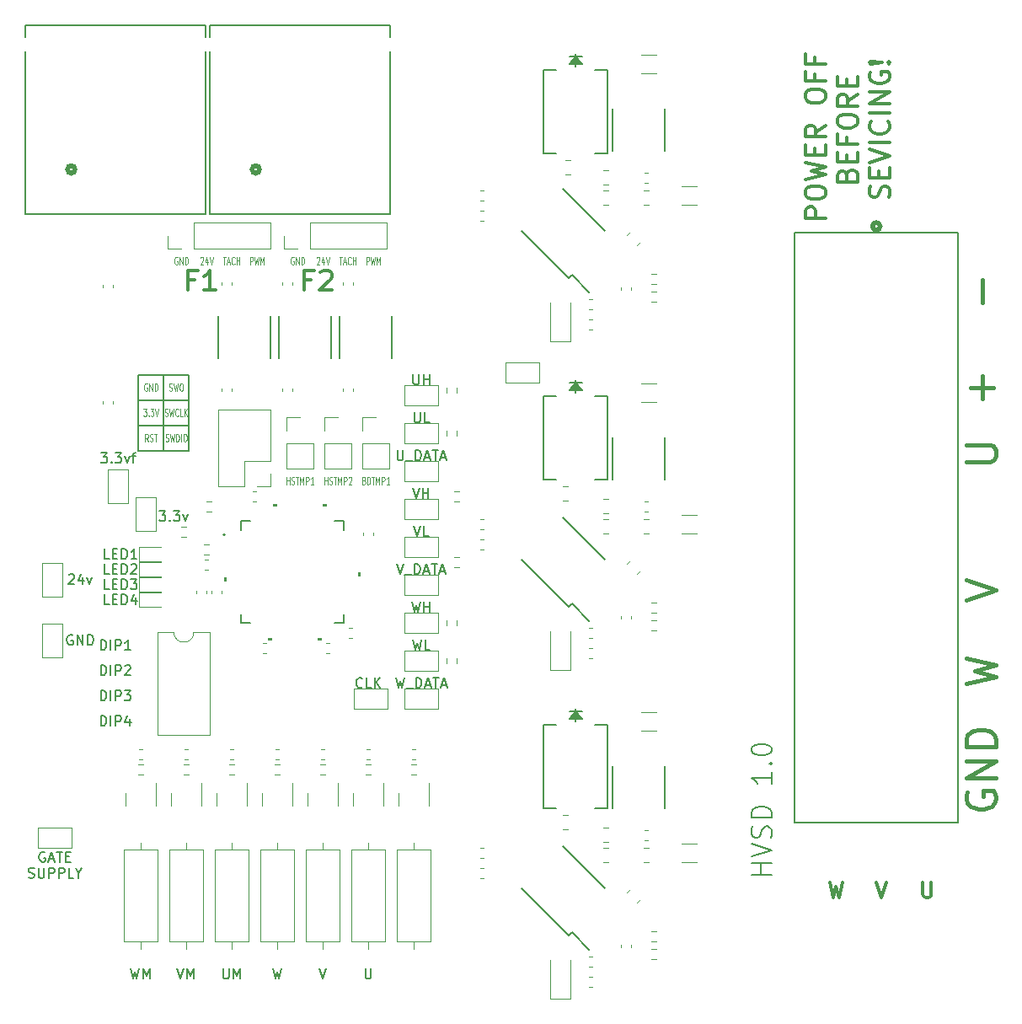
<source format=gbr>
%TF.GenerationSoftware,KiCad,Pcbnew,(6.0.9)*%
%TF.CreationDate,2023-06-11T12:51:52-04:00*%
%TF.ProjectId,HV servo drive v1,48562073-6572-4766-9f20-647269766520,rev?*%
%TF.SameCoordinates,Original*%
%TF.FileFunction,Legend,Top*%
%TF.FilePolarity,Positive*%
%FSLAX46Y46*%
G04 Gerber Fmt 4.6, Leading zero omitted, Abs format (unit mm)*
G04 Created by KiCad (PCBNEW (6.0.9)) date 2023-06-11 12:51:52*
%MOMM*%
%LPD*%
G01*
G04 APERTURE LIST*
%ADD10C,0.100000*%
%ADD11C,0.300000*%
%ADD12C,0.200000*%
%ADD13C,0.125000*%
%ADD14C,0.150000*%
%ADD15C,0.400000*%
%ADD16C,0.120000*%
%ADD17C,0.152400*%
%ADD18C,0.170000*%
%ADD19C,0.508000*%
G04 APERTURE END LIST*
D10*
X133262761Y-75098714D02*
X133286571Y-75063000D01*
X133334190Y-75027285D01*
X133453238Y-75027285D01*
X133500857Y-75063000D01*
X133524666Y-75098714D01*
X133548476Y-75170142D01*
X133548476Y-75241571D01*
X133524666Y-75348714D01*
X133238952Y-75777285D01*
X133548476Y-75777285D01*
X133977047Y-75277285D02*
X133977047Y-75777285D01*
X133858000Y-74991571D02*
X133738952Y-75527285D01*
X134048476Y-75527285D01*
X134167523Y-75027285D02*
X134334190Y-75777285D01*
X134500857Y-75027285D01*
X130937047Y-75063000D02*
X130889428Y-75027285D01*
X130818000Y-75027285D01*
X130746571Y-75063000D01*
X130698952Y-75134428D01*
X130675142Y-75205857D01*
X130651333Y-75348714D01*
X130651333Y-75455857D01*
X130675142Y-75598714D01*
X130698952Y-75670142D01*
X130746571Y-75741571D01*
X130818000Y-75777285D01*
X130865619Y-75777285D01*
X130937047Y-75741571D01*
X130960857Y-75705857D01*
X130960857Y-75455857D01*
X130865619Y-75455857D01*
X131175142Y-75777285D02*
X131175142Y-75027285D01*
X131460857Y-75777285D01*
X131460857Y-75027285D01*
X131698952Y-75777285D02*
X131698952Y-75027285D01*
X131818000Y-75027285D01*
X131889428Y-75063000D01*
X131937047Y-75134428D01*
X131960857Y-75205857D01*
X131984666Y-75348714D01*
X131984666Y-75455857D01*
X131960857Y-75598714D01*
X131937047Y-75670142D01*
X131889428Y-75741571D01*
X131818000Y-75777285D01*
X131698952Y-75777285D01*
X138235619Y-75777285D02*
X138235619Y-75027285D01*
X138426095Y-75027285D01*
X138473714Y-75063000D01*
X138497523Y-75098714D01*
X138521333Y-75170142D01*
X138521333Y-75277285D01*
X138497523Y-75348714D01*
X138473714Y-75384428D01*
X138426095Y-75420142D01*
X138235619Y-75420142D01*
X138688000Y-75027285D02*
X138807047Y-75777285D01*
X138902285Y-75241571D01*
X138997523Y-75777285D01*
X139116571Y-75027285D01*
X139307047Y-75777285D02*
X139307047Y-75027285D01*
X139473714Y-75563000D01*
X139640380Y-75027285D01*
X139640380Y-75777285D01*
X135528952Y-75027285D02*
X135814666Y-75027285D01*
X135671809Y-75777285D02*
X135671809Y-75027285D01*
X135957523Y-75563000D02*
X136195619Y-75563000D01*
X135909904Y-75777285D02*
X136076571Y-75027285D01*
X136243238Y-75777285D01*
X136695619Y-75705857D02*
X136671809Y-75741571D01*
X136600380Y-75777285D01*
X136552761Y-75777285D01*
X136481333Y-75741571D01*
X136433714Y-75670142D01*
X136409904Y-75598714D01*
X136386095Y-75455857D01*
X136386095Y-75348714D01*
X136409904Y-75205857D01*
X136433714Y-75134428D01*
X136481333Y-75063000D01*
X136552761Y-75027285D01*
X136600380Y-75027285D01*
X136671809Y-75063000D01*
X136695619Y-75098714D01*
X136909904Y-75777285D02*
X136909904Y-75027285D01*
X136909904Y-75384428D02*
X137195619Y-75384428D01*
X137195619Y-75777285D02*
X137195619Y-75027285D01*
X126551619Y-75777285D02*
X126551619Y-75027285D01*
X126742095Y-75027285D01*
X126789714Y-75063000D01*
X126813523Y-75098714D01*
X126837333Y-75170142D01*
X126837333Y-75277285D01*
X126813523Y-75348714D01*
X126789714Y-75384428D01*
X126742095Y-75420142D01*
X126551619Y-75420142D01*
X127004000Y-75027285D02*
X127123047Y-75777285D01*
X127218285Y-75241571D01*
X127313523Y-75777285D01*
X127432571Y-75027285D01*
X127623047Y-75777285D02*
X127623047Y-75027285D01*
X127789714Y-75563000D01*
X127956380Y-75027285D01*
X127956380Y-75777285D01*
X123844952Y-75027285D02*
X124130666Y-75027285D01*
X123987809Y-75777285D02*
X123987809Y-75027285D01*
X124273523Y-75563000D02*
X124511619Y-75563000D01*
X124225904Y-75777285D02*
X124392571Y-75027285D01*
X124559238Y-75777285D01*
X125011619Y-75705857D02*
X124987809Y-75741571D01*
X124916380Y-75777285D01*
X124868761Y-75777285D01*
X124797333Y-75741571D01*
X124749714Y-75670142D01*
X124725904Y-75598714D01*
X124702095Y-75455857D01*
X124702095Y-75348714D01*
X124725904Y-75205857D01*
X124749714Y-75134428D01*
X124797333Y-75063000D01*
X124868761Y-75027285D01*
X124916380Y-75027285D01*
X124987809Y-75063000D01*
X125011619Y-75098714D01*
X125225904Y-75777285D02*
X125225904Y-75027285D01*
X125225904Y-75384428D02*
X125511619Y-75384428D01*
X125511619Y-75777285D02*
X125511619Y-75027285D01*
X121578761Y-75098714D02*
X121602571Y-75063000D01*
X121650190Y-75027285D01*
X121769238Y-75027285D01*
X121816857Y-75063000D01*
X121840666Y-75098714D01*
X121864476Y-75170142D01*
X121864476Y-75241571D01*
X121840666Y-75348714D01*
X121554952Y-75777285D01*
X121864476Y-75777285D01*
X122293047Y-75277285D02*
X122293047Y-75777285D01*
X122174000Y-74991571D02*
X122054952Y-75527285D01*
X122364476Y-75527285D01*
X122483523Y-75027285D02*
X122650190Y-75777285D01*
X122816857Y-75027285D01*
X119253047Y-75063000D02*
X119205428Y-75027285D01*
X119134000Y-75027285D01*
X119062571Y-75063000D01*
X119014952Y-75134428D01*
X118991142Y-75205857D01*
X118967333Y-75348714D01*
X118967333Y-75455857D01*
X118991142Y-75598714D01*
X119014952Y-75670142D01*
X119062571Y-75741571D01*
X119134000Y-75777285D01*
X119181619Y-75777285D01*
X119253047Y-75741571D01*
X119276857Y-75705857D01*
X119276857Y-75455857D01*
X119181619Y-75455857D01*
X119491142Y-75777285D02*
X119491142Y-75027285D01*
X119776857Y-75777285D01*
X119776857Y-75027285D01*
X120014952Y-75777285D02*
X120014952Y-75027285D01*
X120134000Y-75027285D01*
X120205428Y-75063000D01*
X120253047Y-75134428D01*
X120276857Y-75205857D01*
X120300666Y-75348714D01*
X120300666Y-75455857D01*
X120276857Y-75598714D01*
X120253047Y-75670142D01*
X120205428Y-75741571D01*
X120134000Y-75777285D01*
X120014952Y-75777285D01*
D11*
X132683333Y-77327142D02*
X132016666Y-77327142D01*
X132016666Y-78374761D02*
X132016666Y-76374761D01*
X132969047Y-76374761D01*
X133635714Y-76565238D02*
X133730952Y-76470000D01*
X133921428Y-76374761D01*
X134397619Y-76374761D01*
X134588095Y-76470000D01*
X134683333Y-76565238D01*
X134778571Y-76755714D01*
X134778571Y-76946190D01*
X134683333Y-77231904D01*
X133540476Y-78374761D01*
X134778571Y-78374761D01*
X120999333Y-77327142D02*
X120332666Y-77327142D01*
X120332666Y-78374761D02*
X120332666Y-76374761D01*
X121285047Y-76374761D01*
X123094571Y-78374761D02*
X121951714Y-78374761D01*
X122523142Y-78374761D02*
X122523142Y-76374761D01*
X122332666Y-76660476D01*
X122142190Y-76850952D01*
X121951714Y-76946190D01*
D12*
X178958761Y-137079809D02*
X176958761Y-137079809D01*
X177911142Y-137079809D02*
X177911142Y-135936952D01*
X178958761Y-135936952D02*
X176958761Y-135936952D01*
X176958761Y-135270285D02*
X178958761Y-134603619D01*
X176958761Y-133936952D01*
X178863523Y-133365523D02*
X178958761Y-133079809D01*
X178958761Y-132603619D01*
X178863523Y-132413142D01*
X178768285Y-132317904D01*
X178577809Y-132222666D01*
X178387333Y-132222666D01*
X178196857Y-132317904D01*
X178101619Y-132413142D01*
X178006380Y-132603619D01*
X177911142Y-132984571D01*
X177815904Y-133175047D01*
X177720666Y-133270285D01*
X177530190Y-133365523D01*
X177339714Y-133365523D01*
X177149238Y-133270285D01*
X177054000Y-133175047D01*
X176958761Y-132984571D01*
X176958761Y-132508380D01*
X177054000Y-132222666D01*
X178958761Y-131365523D02*
X176958761Y-131365523D01*
X176958761Y-130889333D01*
X177054000Y-130603619D01*
X177244476Y-130413142D01*
X177434952Y-130317904D01*
X177815904Y-130222666D01*
X178101619Y-130222666D01*
X178482571Y-130317904D01*
X178673047Y-130413142D01*
X178863523Y-130603619D01*
X178958761Y-130889333D01*
X178958761Y-131365523D01*
X178958761Y-126794095D02*
X178958761Y-127936952D01*
X178958761Y-127365523D02*
X176958761Y-127365523D01*
X177244476Y-127556000D01*
X177434952Y-127746476D01*
X177530190Y-127936952D01*
X178768285Y-125936952D02*
X178863523Y-125841714D01*
X178958761Y-125936952D01*
X178863523Y-126032190D01*
X178768285Y-125936952D01*
X178958761Y-125936952D01*
X176958761Y-124603619D02*
X176958761Y-124413142D01*
X177054000Y-124222666D01*
X177149238Y-124127428D01*
X177339714Y-124032190D01*
X177720666Y-123936952D01*
X178196857Y-123936952D01*
X178577809Y-124032190D01*
X178768285Y-124127428D01*
X178863523Y-124222666D01*
X178958761Y-124413142D01*
X178958761Y-124603619D01*
X178863523Y-124794095D01*
X178768285Y-124889333D01*
X178577809Y-124984571D01*
X178196857Y-125079809D01*
X177720666Y-125079809D01*
X177339714Y-124984571D01*
X177149238Y-124889333D01*
X177054000Y-124794095D01*
X176958761Y-124603619D01*
D11*
X184374761Y-71134761D02*
X182374761Y-71134761D01*
X182374761Y-70372857D01*
X182470000Y-70182380D01*
X182565238Y-70087142D01*
X182755714Y-69991904D01*
X183041428Y-69991904D01*
X183231904Y-70087142D01*
X183327142Y-70182380D01*
X183422380Y-70372857D01*
X183422380Y-71134761D01*
X182374761Y-68753809D02*
X182374761Y-68372857D01*
X182470000Y-68182380D01*
X182660476Y-67991904D01*
X183041428Y-67896666D01*
X183708095Y-67896666D01*
X184089047Y-67991904D01*
X184279523Y-68182380D01*
X184374761Y-68372857D01*
X184374761Y-68753809D01*
X184279523Y-68944285D01*
X184089047Y-69134761D01*
X183708095Y-69230000D01*
X183041428Y-69230000D01*
X182660476Y-69134761D01*
X182470000Y-68944285D01*
X182374761Y-68753809D01*
X182374761Y-67230000D02*
X184374761Y-66753809D01*
X182946190Y-66372857D01*
X184374761Y-65991904D01*
X182374761Y-65515714D01*
X183327142Y-64753809D02*
X183327142Y-64087142D01*
X184374761Y-63801428D02*
X184374761Y-64753809D01*
X182374761Y-64753809D01*
X182374761Y-63801428D01*
X184374761Y-61801428D02*
X183422380Y-62468095D01*
X184374761Y-62944285D02*
X182374761Y-62944285D01*
X182374761Y-62182380D01*
X182470000Y-61991904D01*
X182565238Y-61896666D01*
X182755714Y-61801428D01*
X183041428Y-61801428D01*
X183231904Y-61896666D01*
X183327142Y-61991904D01*
X183422380Y-62182380D01*
X183422380Y-62944285D01*
X182374761Y-59039523D02*
X182374761Y-58658571D01*
X182470000Y-58468095D01*
X182660476Y-58277619D01*
X183041428Y-58182380D01*
X183708095Y-58182380D01*
X184089047Y-58277619D01*
X184279523Y-58468095D01*
X184374761Y-58658571D01*
X184374761Y-59039523D01*
X184279523Y-59230000D01*
X184089047Y-59420476D01*
X183708095Y-59515714D01*
X183041428Y-59515714D01*
X182660476Y-59420476D01*
X182470000Y-59230000D01*
X182374761Y-59039523D01*
X183327142Y-56658571D02*
X183327142Y-57325238D01*
X184374761Y-57325238D02*
X182374761Y-57325238D01*
X182374761Y-56372857D01*
X183327142Y-54944285D02*
X183327142Y-55610952D01*
X184374761Y-55610952D02*
X182374761Y-55610952D01*
X182374761Y-54658571D01*
X186547142Y-66801428D02*
X186642380Y-66515714D01*
X186737619Y-66420476D01*
X186928095Y-66325238D01*
X187213809Y-66325238D01*
X187404285Y-66420476D01*
X187499523Y-66515714D01*
X187594761Y-66706190D01*
X187594761Y-67468095D01*
X185594761Y-67468095D01*
X185594761Y-66801428D01*
X185690000Y-66610952D01*
X185785238Y-66515714D01*
X185975714Y-66420476D01*
X186166190Y-66420476D01*
X186356666Y-66515714D01*
X186451904Y-66610952D01*
X186547142Y-66801428D01*
X186547142Y-67468095D01*
X186547142Y-65468095D02*
X186547142Y-64801428D01*
X187594761Y-64515714D02*
X187594761Y-65468095D01*
X185594761Y-65468095D01*
X185594761Y-64515714D01*
X186547142Y-62991904D02*
X186547142Y-63658571D01*
X187594761Y-63658571D02*
X185594761Y-63658571D01*
X185594761Y-62706190D01*
X185594761Y-61563333D02*
X185594761Y-61182380D01*
X185690000Y-60991904D01*
X185880476Y-60801428D01*
X186261428Y-60706190D01*
X186928095Y-60706190D01*
X187309047Y-60801428D01*
X187499523Y-60991904D01*
X187594761Y-61182380D01*
X187594761Y-61563333D01*
X187499523Y-61753809D01*
X187309047Y-61944285D01*
X186928095Y-62039523D01*
X186261428Y-62039523D01*
X185880476Y-61944285D01*
X185690000Y-61753809D01*
X185594761Y-61563333D01*
X187594761Y-58706190D02*
X186642380Y-59372857D01*
X187594761Y-59849047D02*
X185594761Y-59849047D01*
X185594761Y-59087142D01*
X185690000Y-58896666D01*
X185785238Y-58801428D01*
X185975714Y-58706190D01*
X186261428Y-58706190D01*
X186451904Y-58801428D01*
X186547142Y-58896666D01*
X186642380Y-59087142D01*
X186642380Y-59849047D01*
X186547142Y-57849047D02*
X186547142Y-57182380D01*
X187594761Y-56896666D02*
X187594761Y-57849047D01*
X185594761Y-57849047D01*
X185594761Y-56896666D01*
X190719523Y-69039523D02*
X190814761Y-68753809D01*
X190814761Y-68277619D01*
X190719523Y-68087142D01*
X190624285Y-67991904D01*
X190433809Y-67896666D01*
X190243333Y-67896666D01*
X190052857Y-67991904D01*
X189957619Y-68087142D01*
X189862380Y-68277619D01*
X189767142Y-68658571D01*
X189671904Y-68849047D01*
X189576666Y-68944285D01*
X189386190Y-69039523D01*
X189195714Y-69039523D01*
X189005238Y-68944285D01*
X188910000Y-68849047D01*
X188814761Y-68658571D01*
X188814761Y-68182380D01*
X188910000Y-67896666D01*
X189767142Y-67039523D02*
X189767142Y-66372857D01*
X190814761Y-66087142D02*
X190814761Y-67039523D01*
X188814761Y-67039523D01*
X188814761Y-66087142D01*
X188814761Y-65515714D02*
X190814761Y-64849047D01*
X188814761Y-64182380D01*
X190814761Y-63515714D02*
X188814761Y-63515714D01*
X190624285Y-61420476D02*
X190719523Y-61515714D01*
X190814761Y-61801428D01*
X190814761Y-61991904D01*
X190719523Y-62277619D01*
X190529047Y-62468095D01*
X190338571Y-62563333D01*
X189957619Y-62658571D01*
X189671904Y-62658571D01*
X189290952Y-62563333D01*
X189100476Y-62468095D01*
X188910000Y-62277619D01*
X188814761Y-61991904D01*
X188814761Y-61801428D01*
X188910000Y-61515714D01*
X189005238Y-61420476D01*
X190814761Y-60563333D02*
X188814761Y-60563333D01*
X190814761Y-59610952D02*
X188814761Y-59610952D01*
X190814761Y-58468095D01*
X188814761Y-58468095D01*
X188910000Y-56468095D02*
X188814761Y-56658571D01*
X188814761Y-56944285D01*
X188910000Y-57230000D01*
X189100476Y-57420476D01*
X189290952Y-57515714D01*
X189671904Y-57610952D01*
X189957619Y-57610952D01*
X190338571Y-57515714D01*
X190529047Y-57420476D01*
X190719523Y-57230000D01*
X190814761Y-56944285D01*
X190814761Y-56753809D01*
X190719523Y-56468095D01*
X190624285Y-56372857D01*
X189957619Y-56372857D01*
X189957619Y-56753809D01*
X190624285Y-55515714D02*
X190719523Y-55420476D01*
X190814761Y-55515714D01*
X190719523Y-55610952D01*
X190624285Y-55515714D01*
X190814761Y-55515714D01*
X190052857Y-55515714D02*
X188910000Y-55610952D01*
X188814761Y-55515714D01*
X188910000Y-55420476D01*
X190052857Y-55515714D01*
X188814761Y-55515714D01*
D13*
X138013428Y-97482428D02*
X138084857Y-97518142D01*
X138108666Y-97553857D01*
X138132476Y-97625285D01*
X138132476Y-97732428D01*
X138108666Y-97803857D01*
X138084857Y-97839571D01*
X138037238Y-97875285D01*
X137846761Y-97875285D01*
X137846761Y-97125285D01*
X138013428Y-97125285D01*
X138061047Y-97161000D01*
X138084857Y-97196714D01*
X138108666Y-97268142D01*
X138108666Y-97339571D01*
X138084857Y-97411000D01*
X138061047Y-97446714D01*
X138013428Y-97482428D01*
X137846761Y-97482428D01*
X138346761Y-97875285D02*
X138346761Y-97125285D01*
X138465809Y-97125285D01*
X138537238Y-97161000D01*
X138584857Y-97232428D01*
X138608666Y-97303857D01*
X138632476Y-97446714D01*
X138632476Y-97553857D01*
X138608666Y-97696714D01*
X138584857Y-97768142D01*
X138537238Y-97839571D01*
X138465809Y-97875285D01*
X138346761Y-97875285D01*
X138775333Y-97125285D02*
X139061047Y-97125285D01*
X138918190Y-97875285D02*
X138918190Y-97125285D01*
X139227714Y-97875285D02*
X139227714Y-97125285D01*
X139394380Y-97661000D01*
X139561047Y-97125285D01*
X139561047Y-97875285D01*
X139799142Y-97875285D02*
X139799142Y-97125285D01*
X139989619Y-97125285D01*
X140037238Y-97161000D01*
X140061047Y-97196714D01*
X140084857Y-97268142D01*
X140084857Y-97375285D01*
X140061047Y-97446714D01*
X140037238Y-97482428D01*
X139989619Y-97518142D01*
X139799142Y-97518142D01*
X140561047Y-97875285D02*
X140275333Y-97875285D01*
X140418190Y-97875285D02*
X140418190Y-97125285D01*
X140370571Y-97232428D01*
X140322952Y-97303857D01*
X140275333Y-97339571D01*
X134036761Y-97875285D02*
X134036761Y-97125285D01*
X134036761Y-97482428D02*
X134322476Y-97482428D01*
X134322476Y-97875285D02*
X134322476Y-97125285D01*
X134536761Y-97839571D02*
X134608190Y-97875285D01*
X134727238Y-97875285D01*
X134774857Y-97839571D01*
X134798666Y-97803857D01*
X134822476Y-97732428D01*
X134822476Y-97661000D01*
X134798666Y-97589571D01*
X134774857Y-97553857D01*
X134727238Y-97518142D01*
X134632000Y-97482428D01*
X134584380Y-97446714D01*
X134560571Y-97411000D01*
X134536761Y-97339571D01*
X134536761Y-97268142D01*
X134560571Y-97196714D01*
X134584380Y-97161000D01*
X134632000Y-97125285D01*
X134751047Y-97125285D01*
X134822476Y-97161000D01*
X134965333Y-97125285D02*
X135251047Y-97125285D01*
X135108190Y-97875285D02*
X135108190Y-97125285D01*
X135417714Y-97875285D02*
X135417714Y-97125285D01*
X135584380Y-97661000D01*
X135751047Y-97125285D01*
X135751047Y-97875285D01*
X135989142Y-97875285D02*
X135989142Y-97125285D01*
X136179619Y-97125285D01*
X136227238Y-97161000D01*
X136251047Y-97196714D01*
X136274857Y-97268142D01*
X136274857Y-97375285D01*
X136251047Y-97446714D01*
X136227238Y-97482428D01*
X136179619Y-97518142D01*
X135989142Y-97518142D01*
X136465333Y-97196714D02*
X136489142Y-97161000D01*
X136536761Y-97125285D01*
X136655809Y-97125285D01*
X136703428Y-97161000D01*
X136727238Y-97196714D01*
X136751047Y-97268142D01*
X136751047Y-97339571D01*
X136727238Y-97446714D01*
X136441523Y-97875285D01*
X136751047Y-97875285D01*
X130226761Y-97875285D02*
X130226761Y-97125285D01*
X130226761Y-97482428D02*
X130512476Y-97482428D01*
X130512476Y-97875285D02*
X130512476Y-97125285D01*
X130726761Y-97839571D02*
X130798190Y-97875285D01*
X130917238Y-97875285D01*
X130964857Y-97839571D01*
X130988666Y-97803857D01*
X131012476Y-97732428D01*
X131012476Y-97661000D01*
X130988666Y-97589571D01*
X130964857Y-97553857D01*
X130917238Y-97518142D01*
X130822000Y-97482428D01*
X130774380Y-97446714D01*
X130750571Y-97411000D01*
X130726761Y-97339571D01*
X130726761Y-97268142D01*
X130750571Y-97196714D01*
X130774380Y-97161000D01*
X130822000Y-97125285D01*
X130941047Y-97125285D01*
X131012476Y-97161000D01*
X131155333Y-97125285D02*
X131441047Y-97125285D01*
X131298190Y-97875285D02*
X131298190Y-97125285D01*
X131607714Y-97875285D02*
X131607714Y-97125285D01*
X131774380Y-97661000D01*
X131941047Y-97125285D01*
X131941047Y-97875285D01*
X132179142Y-97875285D02*
X132179142Y-97125285D01*
X132369619Y-97125285D01*
X132417238Y-97161000D01*
X132441047Y-97196714D01*
X132464857Y-97268142D01*
X132464857Y-97375285D01*
X132441047Y-97446714D01*
X132417238Y-97482428D01*
X132369619Y-97518142D01*
X132179142Y-97518142D01*
X132941047Y-97875285D02*
X132655333Y-97875285D01*
X132798190Y-97875285D02*
X132798190Y-97125285D01*
X132750571Y-97232428D01*
X132702952Y-97303857D01*
X132655333Y-97339571D01*
X118435523Y-88441571D02*
X118506952Y-88477285D01*
X118626000Y-88477285D01*
X118673619Y-88441571D01*
X118697428Y-88405857D01*
X118721238Y-88334428D01*
X118721238Y-88263000D01*
X118697428Y-88191571D01*
X118673619Y-88155857D01*
X118626000Y-88120142D01*
X118530761Y-88084428D01*
X118483142Y-88048714D01*
X118459333Y-88013000D01*
X118435523Y-87941571D01*
X118435523Y-87870142D01*
X118459333Y-87798714D01*
X118483142Y-87763000D01*
X118530761Y-87727285D01*
X118649809Y-87727285D01*
X118721238Y-87763000D01*
X118887904Y-87727285D02*
X119006952Y-88477285D01*
X119102190Y-87941571D01*
X119197428Y-88477285D01*
X119316476Y-87727285D01*
X119602190Y-87727285D02*
X119697428Y-87727285D01*
X119745047Y-87763000D01*
X119792666Y-87834428D01*
X119816476Y-87977285D01*
X119816476Y-88227285D01*
X119792666Y-88370142D01*
X119745047Y-88441571D01*
X119697428Y-88477285D01*
X119602190Y-88477285D01*
X119554571Y-88441571D01*
X119506952Y-88370142D01*
X119483142Y-88227285D01*
X119483142Y-87977285D01*
X119506952Y-87834428D01*
X119554571Y-87763000D01*
X119602190Y-87727285D01*
X116205047Y-87763000D02*
X116157428Y-87727285D01*
X116086000Y-87727285D01*
X116014571Y-87763000D01*
X115966952Y-87834428D01*
X115943142Y-87905857D01*
X115919333Y-88048714D01*
X115919333Y-88155857D01*
X115943142Y-88298714D01*
X115966952Y-88370142D01*
X116014571Y-88441571D01*
X116086000Y-88477285D01*
X116133619Y-88477285D01*
X116205047Y-88441571D01*
X116228857Y-88405857D01*
X116228857Y-88155857D01*
X116133619Y-88155857D01*
X116443142Y-88477285D02*
X116443142Y-87727285D01*
X116728857Y-88477285D01*
X116728857Y-87727285D01*
X116966952Y-88477285D02*
X116966952Y-87727285D01*
X117086000Y-87727285D01*
X117157428Y-87763000D01*
X117205047Y-87834428D01*
X117228857Y-87905857D01*
X117252666Y-88048714D01*
X117252666Y-88155857D01*
X117228857Y-88298714D01*
X117205047Y-88370142D01*
X117157428Y-88441571D01*
X117086000Y-88477285D01*
X116966952Y-88477285D01*
X115847904Y-90267285D02*
X116157428Y-90267285D01*
X115990761Y-90553000D01*
X116062190Y-90553000D01*
X116109809Y-90588714D01*
X116133619Y-90624428D01*
X116157428Y-90695857D01*
X116157428Y-90874428D01*
X116133619Y-90945857D01*
X116109809Y-90981571D01*
X116062190Y-91017285D01*
X115919333Y-91017285D01*
X115871714Y-90981571D01*
X115847904Y-90945857D01*
X116371714Y-90945857D02*
X116395523Y-90981571D01*
X116371714Y-91017285D01*
X116347904Y-90981571D01*
X116371714Y-90945857D01*
X116371714Y-91017285D01*
X116562190Y-90267285D02*
X116871714Y-90267285D01*
X116705047Y-90553000D01*
X116776476Y-90553000D01*
X116824095Y-90588714D01*
X116847904Y-90624428D01*
X116871714Y-90695857D01*
X116871714Y-90874428D01*
X116847904Y-90945857D01*
X116824095Y-90981571D01*
X116776476Y-91017285D01*
X116633619Y-91017285D01*
X116586000Y-90981571D01*
X116562190Y-90945857D01*
X117014571Y-90267285D02*
X117181238Y-91017285D01*
X117347904Y-90267285D01*
X117995047Y-90981571D02*
X118066476Y-91017285D01*
X118185523Y-91017285D01*
X118233142Y-90981571D01*
X118256952Y-90945857D01*
X118280761Y-90874428D01*
X118280761Y-90803000D01*
X118256952Y-90731571D01*
X118233142Y-90695857D01*
X118185523Y-90660142D01*
X118090285Y-90624428D01*
X118042666Y-90588714D01*
X118018857Y-90553000D01*
X117995047Y-90481571D01*
X117995047Y-90410142D01*
X118018857Y-90338714D01*
X118042666Y-90303000D01*
X118090285Y-90267285D01*
X118209333Y-90267285D01*
X118280761Y-90303000D01*
X118447428Y-90267285D02*
X118566476Y-91017285D01*
X118661714Y-90481571D01*
X118756952Y-91017285D01*
X118876000Y-90267285D01*
X119352190Y-90945857D02*
X119328380Y-90981571D01*
X119256952Y-91017285D01*
X119209333Y-91017285D01*
X119137904Y-90981571D01*
X119090285Y-90910142D01*
X119066476Y-90838714D01*
X119042666Y-90695857D01*
X119042666Y-90588714D01*
X119066476Y-90445857D01*
X119090285Y-90374428D01*
X119137904Y-90303000D01*
X119209333Y-90267285D01*
X119256952Y-90267285D01*
X119328380Y-90303000D01*
X119352190Y-90338714D01*
X119804571Y-91017285D02*
X119566476Y-91017285D01*
X119566476Y-90267285D01*
X119971238Y-91017285D02*
X119971238Y-90267285D01*
X120256952Y-91017285D02*
X120042666Y-90588714D01*
X120256952Y-90267285D02*
X119971238Y-90695857D01*
X118066476Y-93521571D02*
X118137904Y-93557285D01*
X118256952Y-93557285D01*
X118304571Y-93521571D01*
X118328380Y-93485857D01*
X118352190Y-93414428D01*
X118352190Y-93343000D01*
X118328380Y-93271571D01*
X118304571Y-93235857D01*
X118256952Y-93200142D01*
X118161714Y-93164428D01*
X118114095Y-93128714D01*
X118090285Y-93093000D01*
X118066476Y-93021571D01*
X118066476Y-92950142D01*
X118090285Y-92878714D01*
X118114095Y-92843000D01*
X118161714Y-92807285D01*
X118280761Y-92807285D01*
X118352190Y-92843000D01*
X118518857Y-92807285D02*
X118637904Y-93557285D01*
X118733142Y-93021571D01*
X118828380Y-93557285D01*
X118947428Y-92807285D01*
X119137904Y-93557285D02*
X119137904Y-92807285D01*
X119256952Y-92807285D01*
X119328380Y-92843000D01*
X119376000Y-92914428D01*
X119399809Y-92985857D01*
X119423619Y-93128714D01*
X119423619Y-93235857D01*
X119399809Y-93378714D01*
X119376000Y-93450142D01*
X119328380Y-93521571D01*
X119256952Y-93557285D01*
X119137904Y-93557285D01*
X119637904Y-93557285D02*
X119637904Y-92807285D01*
X119971238Y-92807285D02*
X120066476Y-92807285D01*
X120114095Y-92843000D01*
X120161714Y-92914428D01*
X120185523Y-93057285D01*
X120185523Y-93307285D01*
X120161714Y-93450142D01*
X120114095Y-93521571D01*
X120066476Y-93557285D01*
X119971238Y-93557285D01*
X119923619Y-93521571D01*
X119876000Y-93450142D01*
X119852190Y-93307285D01*
X119852190Y-93057285D01*
X119876000Y-92914428D01*
X119923619Y-92843000D01*
X119971238Y-92807285D01*
X116312190Y-93557285D02*
X116145523Y-93200142D01*
X116026476Y-93557285D02*
X116026476Y-92807285D01*
X116216952Y-92807285D01*
X116264571Y-92843000D01*
X116288380Y-92878714D01*
X116312190Y-92950142D01*
X116312190Y-93057285D01*
X116288380Y-93128714D01*
X116264571Y-93164428D01*
X116216952Y-93200142D01*
X116026476Y-93200142D01*
X116502666Y-93521571D02*
X116574095Y-93557285D01*
X116693142Y-93557285D01*
X116740761Y-93521571D01*
X116764571Y-93485857D01*
X116788380Y-93414428D01*
X116788380Y-93343000D01*
X116764571Y-93271571D01*
X116740761Y-93235857D01*
X116693142Y-93200142D01*
X116597904Y-93164428D01*
X116550285Y-93128714D01*
X116526476Y-93093000D01*
X116502666Y-93021571D01*
X116502666Y-92950142D01*
X116526476Y-92878714D01*
X116550285Y-92843000D01*
X116597904Y-92807285D01*
X116716952Y-92807285D01*
X116788380Y-92843000D01*
X116931238Y-92807285D02*
X117216952Y-92807285D01*
X117074095Y-93557285D02*
X117074095Y-92807285D01*
D14*
X115316000Y-89408000D02*
X120396000Y-89408000D01*
X115316000Y-91948000D02*
X120396000Y-91948000D01*
X117856000Y-86868000D02*
X117856000Y-94488000D01*
X115316000Y-86868000D02*
X120396000Y-86868000D01*
X120396000Y-86868000D02*
X120396000Y-94488000D01*
X120396000Y-94488000D02*
X115316000Y-94488000D01*
X115316000Y-94488000D02*
X115316000Y-86868000D01*
X112418952Y-109926380D02*
X111942761Y-109926380D01*
X111942761Y-108926380D01*
X112752285Y-109402571D02*
X113085619Y-109402571D01*
X113228476Y-109926380D02*
X112752285Y-109926380D01*
X112752285Y-108926380D01*
X113228476Y-108926380D01*
X113657047Y-109926380D02*
X113657047Y-108926380D01*
X113895142Y-108926380D01*
X114038000Y-108974000D01*
X114133238Y-109069238D01*
X114180857Y-109164476D01*
X114228476Y-109354952D01*
X114228476Y-109497809D01*
X114180857Y-109688285D01*
X114133238Y-109783523D01*
X114038000Y-109878761D01*
X113895142Y-109926380D01*
X113657047Y-109926380D01*
X115085619Y-109259714D02*
X115085619Y-109926380D01*
X114847523Y-108878761D02*
X114609428Y-109593047D01*
X115228476Y-109593047D01*
X112418952Y-108402380D02*
X111942761Y-108402380D01*
X111942761Y-107402380D01*
X112752285Y-107878571D02*
X113085619Y-107878571D01*
X113228476Y-108402380D02*
X112752285Y-108402380D01*
X112752285Y-107402380D01*
X113228476Y-107402380D01*
X113657047Y-108402380D02*
X113657047Y-107402380D01*
X113895142Y-107402380D01*
X114038000Y-107450000D01*
X114133238Y-107545238D01*
X114180857Y-107640476D01*
X114228476Y-107830952D01*
X114228476Y-107973809D01*
X114180857Y-108164285D01*
X114133238Y-108259523D01*
X114038000Y-108354761D01*
X113895142Y-108402380D01*
X113657047Y-108402380D01*
X114561809Y-107402380D02*
X115180857Y-107402380D01*
X114847523Y-107783333D01*
X114990380Y-107783333D01*
X115085619Y-107830952D01*
X115133238Y-107878571D01*
X115180857Y-107973809D01*
X115180857Y-108211904D01*
X115133238Y-108307142D01*
X115085619Y-108354761D01*
X114990380Y-108402380D01*
X114704666Y-108402380D01*
X114609428Y-108354761D01*
X114561809Y-108307142D01*
X112418952Y-106878380D02*
X111942761Y-106878380D01*
X111942761Y-105878380D01*
X112752285Y-106354571D02*
X113085619Y-106354571D01*
X113228476Y-106878380D02*
X112752285Y-106878380D01*
X112752285Y-105878380D01*
X113228476Y-105878380D01*
X113657047Y-106878380D02*
X113657047Y-105878380D01*
X113895142Y-105878380D01*
X114038000Y-105926000D01*
X114133238Y-106021238D01*
X114180857Y-106116476D01*
X114228476Y-106306952D01*
X114228476Y-106449809D01*
X114180857Y-106640285D01*
X114133238Y-106735523D01*
X114038000Y-106830761D01*
X113895142Y-106878380D01*
X113657047Y-106878380D01*
X114609428Y-105973619D02*
X114657047Y-105926000D01*
X114752285Y-105878380D01*
X114990380Y-105878380D01*
X115085619Y-105926000D01*
X115133238Y-105973619D01*
X115180857Y-106068857D01*
X115180857Y-106164095D01*
X115133238Y-106306952D01*
X114561809Y-106878380D01*
X115180857Y-106878380D01*
X112418952Y-105354380D02*
X111942761Y-105354380D01*
X111942761Y-104354380D01*
X112752285Y-104830571D02*
X113085619Y-104830571D01*
X113228476Y-105354380D02*
X112752285Y-105354380D01*
X112752285Y-104354380D01*
X113228476Y-104354380D01*
X113657047Y-105354380D02*
X113657047Y-104354380D01*
X113895142Y-104354380D01*
X114038000Y-104402000D01*
X114133238Y-104497238D01*
X114180857Y-104592476D01*
X114228476Y-104782952D01*
X114228476Y-104925809D01*
X114180857Y-105116285D01*
X114133238Y-105211523D01*
X114038000Y-105306761D01*
X113895142Y-105354380D01*
X113657047Y-105354380D01*
X115180857Y-105354380D02*
X114609428Y-105354380D01*
X114895142Y-105354380D02*
X114895142Y-104354380D01*
X114799904Y-104497238D01*
X114704666Y-104592476D01*
X114609428Y-104640095D01*
X111553809Y-122118380D02*
X111553809Y-121118380D01*
X111791904Y-121118380D01*
X111934761Y-121166000D01*
X112030000Y-121261238D01*
X112077619Y-121356476D01*
X112125238Y-121546952D01*
X112125238Y-121689809D01*
X112077619Y-121880285D01*
X112030000Y-121975523D01*
X111934761Y-122070761D01*
X111791904Y-122118380D01*
X111553809Y-122118380D01*
X112553809Y-122118380D02*
X112553809Y-121118380D01*
X113030000Y-122118380D02*
X113030000Y-121118380D01*
X113410952Y-121118380D01*
X113506190Y-121166000D01*
X113553809Y-121213619D01*
X113601428Y-121308857D01*
X113601428Y-121451714D01*
X113553809Y-121546952D01*
X113506190Y-121594571D01*
X113410952Y-121642190D01*
X113030000Y-121642190D01*
X114458571Y-121451714D02*
X114458571Y-122118380D01*
X114220476Y-121070761D02*
X113982380Y-121785047D01*
X114601428Y-121785047D01*
X111553809Y-119578380D02*
X111553809Y-118578380D01*
X111791904Y-118578380D01*
X111934761Y-118626000D01*
X112030000Y-118721238D01*
X112077619Y-118816476D01*
X112125238Y-119006952D01*
X112125238Y-119149809D01*
X112077619Y-119340285D01*
X112030000Y-119435523D01*
X111934761Y-119530761D01*
X111791904Y-119578380D01*
X111553809Y-119578380D01*
X112553809Y-119578380D02*
X112553809Y-118578380D01*
X113030000Y-119578380D02*
X113030000Y-118578380D01*
X113410952Y-118578380D01*
X113506190Y-118626000D01*
X113553809Y-118673619D01*
X113601428Y-118768857D01*
X113601428Y-118911714D01*
X113553809Y-119006952D01*
X113506190Y-119054571D01*
X113410952Y-119102190D01*
X113030000Y-119102190D01*
X113934761Y-118578380D02*
X114553809Y-118578380D01*
X114220476Y-118959333D01*
X114363333Y-118959333D01*
X114458571Y-119006952D01*
X114506190Y-119054571D01*
X114553809Y-119149809D01*
X114553809Y-119387904D01*
X114506190Y-119483142D01*
X114458571Y-119530761D01*
X114363333Y-119578380D01*
X114077619Y-119578380D01*
X113982380Y-119530761D01*
X113934761Y-119483142D01*
X111553809Y-117038380D02*
X111553809Y-116038380D01*
X111791904Y-116038380D01*
X111934761Y-116086000D01*
X112030000Y-116181238D01*
X112077619Y-116276476D01*
X112125238Y-116466952D01*
X112125238Y-116609809D01*
X112077619Y-116800285D01*
X112030000Y-116895523D01*
X111934761Y-116990761D01*
X111791904Y-117038380D01*
X111553809Y-117038380D01*
X112553809Y-117038380D02*
X112553809Y-116038380D01*
X113030000Y-117038380D02*
X113030000Y-116038380D01*
X113410952Y-116038380D01*
X113506190Y-116086000D01*
X113553809Y-116133619D01*
X113601428Y-116228857D01*
X113601428Y-116371714D01*
X113553809Y-116466952D01*
X113506190Y-116514571D01*
X113410952Y-116562190D01*
X113030000Y-116562190D01*
X113982380Y-116133619D02*
X114030000Y-116086000D01*
X114125238Y-116038380D01*
X114363333Y-116038380D01*
X114458571Y-116086000D01*
X114506190Y-116133619D01*
X114553809Y-116228857D01*
X114553809Y-116324095D01*
X114506190Y-116466952D01*
X113934761Y-117038380D01*
X114553809Y-117038380D01*
X111553809Y-114498380D02*
X111553809Y-113498380D01*
X111791904Y-113498380D01*
X111934761Y-113546000D01*
X112030000Y-113641238D01*
X112077619Y-113736476D01*
X112125238Y-113926952D01*
X112125238Y-114069809D01*
X112077619Y-114260285D01*
X112030000Y-114355523D01*
X111934761Y-114450761D01*
X111791904Y-114498380D01*
X111553809Y-114498380D01*
X112553809Y-114498380D02*
X112553809Y-113498380D01*
X113030000Y-114498380D02*
X113030000Y-113498380D01*
X113410952Y-113498380D01*
X113506190Y-113546000D01*
X113553809Y-113593619D01*
X113601428Y-113688857D01*
X113601428Y-113831714D01*
X113553809Y-113926952D01*
X113506190Y-113974571D01*
X113410952Y-114022190D01*
X113030000Y-114022190D01*
X114553809Y-114498380D02*
X113982380Y-114498380D01*
X114268095Y-114498380D02*
X114268095Y-113498380D01*
X114172857Y-113641238D01*
X114077619Y-113736476D01*
X113982380Y-113784095D01*
X137834761Y-118213142D02*
X137787142Y-118260761D01*
X137644285Y-118308380D01*
X137549047Y-118308380D01*
X137406190Y-118260761D01*
X137310952Y-118165523D01*
X137263333Y-118070285D01*
X137215714Y-117879809D01*
X137215714Y-117736952D01*
X137263333Y-117546476D01*
X137310952Y-117451238D01*
X137406190Y-117356000D01*
X137549047Y-117308380D01*
X137644285Y-117308380D01*
X137787142Y-117356000D01*
X137834761Y-117403619D01*
X138739523Y-118308380D02*
X138263333Y-118308380D01*
X138263333Y-117308380D01*
X139072857Y-118308380D02*
X139072857Y-117308380D01*
X139644285Y-118308380D02*
X139215714Y-117736952D01*
X139644285Y-117308380D02*
X139072857Y-117879809D01*
X141216380Y-117308380D02*
X141454476Y-118308380D01*
X141644952Y-117594095D01*
X141835428Y-118308380D01*
X142073523Y-117308380D01*
X142216380Y-118403619D02*
X142978285Y-118403619D01*
X143216380Y-118308380D02*
X143216380Y-117308380D01*
X143454476Y-117308380D01*
X143597333Y-117356000D01*
X143692571Y-117451238D01*
X143740190Y-117546476D01*
X143787809Y-117736952D01*
X143787809Y-117879809D01*
X143740190Y-118070285D01*
X143692571Y-118165523D01*
X143597333Y-118260761D01*
X143454476Y-118308380D01*
X143216380Y-118308380D01*
X144168761Y-118022666D02*
X144644952Y-118022666D01*
X144073523Y-118308380D02*
X144406857Y-117308380D01*
X144740190Y-118308380D01*
X144930666Y-117308380D02*
X145502095Y-117308380D01*
X145216380Y-118308380D02*
X145216380Y-117308380D01*
X145787809Y-118022666D02*
X146264000Y-118022666D01*
X145692571Y-118308380D02*
X146025904Y-117308380D01*
X146359238Y-118308380D01*
X142930666Y-113498380D02*
X143168761Y-114498380D01*
X143359238Y-113784095D01*
X143549714Y-114498380D01*
X143787809Y-113498380D01*
X144644952Y-114498380D02*
X144168761Y-114498380D01*
X144168761Y-113498380D01*
X142811619Y-109688380D02*
X143049714Y-110688380D01*
X143240190Y-109974095D01*
X143430666Y-110688380D01*
X143668761Y-109688380D01*
X144049714Y-110688380D02*
X144049714Y-109688380D01*
X144049714Y-110164571D02*
X144621142Y-110164571D01*
X144621142Y-110688380D02*
X144621142Y-109688380D01*
X141311619Y-105878380D02*
X141644952Y-106878380D01*
X141978285Y-105878380D01*
X142073523Y-106973619D02*
X142835428Y-106973619D01*
X143073523Y-106878380D02*
X143073523Y-105878380D01*
X143311619Y-105878380D01*
X143454476Y-105926000D01*
X143549714Y-106021238D01*
X143597333Y-106116476D01*
X143644952Y-106306952D01*
X143644952Y-106449809D01*
X143597333Y-106640285D01*
X143549714Y-106735523D01*
X143454476Y-106830761D01*
X143311619Y-106878380D01*
X143073523Y-106878380D01*
X144025904Y-106592666D02*
X144502095Y-106592666D01*
X143930666Y-106878380D02*
X144264000Y-105878380D01*
X144597333Y-106878380D01*
X144787809Y-105878380D02*
X145359238Y-105878380D01*
X145073523Y-106878380D02*
X145073523Y-105878380D01*
X145644952Y-106592666D02*
X146121142Y-106592666D01*
X145549714Y-106878380D02*
X145883047Y-105878380D01*
X146216380Y-106878380D01*
X143025904Y-102068380D02*
X143359238Y-103068380D01*
X143692571Y-102068380D01*
X144502095Y-103068380D02*
X144025904Y-103068380D01*
X144025904Y-102068380D01*
X142906857Y-98258380D02*
X143240190Y-99258380D01*
X143573523Y-98258380D01*
X143906857Y-99258380D02*
X143906857Y-98258380D01*
X143906857Y-98734571D02*
X144478285Y-98734571D01*
X144478285Y-99258380D02*
X144478285Y-98258380D01*
X141359238Y-94448380D02*
X141359238Y-95257904D01*
X141406857Y-95353142D01*
X141454476Y-95400761D01*
X141549714Y-95448380D01*
X141740190Y-95448380D01*
X141835428Y-95400761D01*
X141883047Y-95353142D01*
X141930666Y-95257904D01*
X141930666Y-94448380D01*
X142168761Y-95543619D02*
X142930666Y-95543619D01*
X143168761Y-95448380D02*
X143168761Y-94448380D01*
X143406857Y-94448380D01*
X143549714Y-94496000D01*
X143644952Y-94591238D01*
X143692571Y-94686476D01*
X143740190Y-94876952D01*
X143740190Y-95019809D01*
X143692571Y-95210285D01*
X143644952Y-95305523D01*
X143549714Y-95400761D01*
X143406857Y-95448380D01*
X143168761Y-95448380D01*
X144121142Y-95162666D02*
X144597333Y-95162666D01*
X144025904Y-95448380D02*
X144359238Y-94448380D01*
X144692571Y-95448380D01*
X144883047Y-94448380D02*
X145454476Y-94448380D01*
X145168761Y-95448380D02*
X145168761Y-94448380D01*
X145740190Y-95162666D02*
X146216380Y-95162666D01*
X145644952Y-95448380D02*
X145978285Y-94448380D01*
X146311619Y-95448380D01*
X143073523Y-90638380D02*
X143073523Y-91447904D01*
X143121142Y-91543142D01*
X143168761Y-91590761D01*
X143264000Y-91638380D01*
X143454476Y-91638380D01*
X143549714Y-91590761D01*
X143597333Y-91543142D01*
X143644952Y-91447904D01*
X143644952Y-90638380D01*
X144597333Y-91638380D02*
X144121142Y-91638380D01*
X144121142Y-90638380D01*
X142954476Y-86828380D02*
X142954476Y-87637904D01*
X143002095Y-87733142D01*
X143049714Y-87780761D01*
X143144952Y-87828380D01*
X143335428Y-87828380D01*
X143430666Y-87780761D01*
X143478285Y-87733142D01*
X143525904Y-87637904D01*
X143525904Y-86828380D01*
X144002095Y-87828380D02*
X144002095Y-86828380D01*
X144002095Y-87304571D02*
X144573523Y-87304571D01*
X144573523Y-87828380D02*
X144573523Y-86828380D01*
X111569714Y-94702380D02*
X112188761Y-94702380D01*
X111855428Y-95083333D01*
X111998285Y-95083333D01*
X112093523Y-95130952D01*
X112141142Y-95178571D01*
X112188761Y-95273809D01*
X112188761Y-95511904D01*
X112141142Y-95607142D01*
X112093523Y-95654761D01*
X111998285Y-95702380D01*
X111712571Y-95702380D01*
X111617333Y-95654761D01*
X111569714Y-95607142D01*
X112617333Y-95607142D02*
X112664952Y-95654761D01*
X112617333Y-95702380D01*
X112569714Y-95654761D01*
X112617333Y-95607142D01*
X112617333Y-95702380D01*
X112998285Y-94702380D02*
X113617333Y-94702380D01*
X113284000Y-95083333D01*
X113426857Y-95083333D01*
X113522095Y-95130952D01*
X113569714Y-95178571D01*
X113617333Y-95273809D01*
X113617333Y-95511904D01*
X113569714Y-95607142D01*
X113522095Y-95654761D01*
X113426857Y-95702380D01*
X113141142Y-95702380D01*
X113045904Y-95654761D01*
X112998285Y-95607142D01*
X113950666Y-95035714D02*
X114188761Y-95702380D01*
X114426857Y-95035714D01*
X114664952Y-95035714D02*
X115045904Y-95035714D01*
X114807809Y-95702380D02*
X114807809Y-94845238D01*
X114855428Y-94750000D01*
X114950666Y-94702380D01*
X115045904Y-94702380D01*
X117443428Y-100544380D02*
X118062476Y-100544380D01*
X117729142Y-100925333D01*
X117872000Y-100925333D01*
X117967238Y-100972952D01*
X118014857Y-101020571D01*
X118062476Y-101115809D01*
X118062476Y-101353904D01*
X118014857Y-101449142D01*
X117967238Y-101496761D01*
X117872000Y-101544380D01*
X117586285Y-101544380D01*
X117491047Y-101496761D01*
X117443428Y-101449142D01*
X118491047Y-101449142D02*
X118538666Y-101496761D01*
X118491047Y-101544380D01*
X118443428Y-101496761D01*
X118491047Y-101449142D01*
X118491047Y-101544380D01*
X118872000Y-100544380D02*
X119491047Y-100544380D01*
X119157714Y-100925333D01*
X119300571Y-100925333D01*
X119395809Y-100972952D01*
X119443428Y-101020571D01*
X119491047Y-101115809D01*
X119491047Y-101353904D01*
X119443428Y-101449142D01*
X119395809Y-101496761D01*
X119300571Y-101544380D01*
X119014857Y-101544380D01*
X118919619Y-101496761D01*
X118872000Y-101449142D01*
X119824380Y-100877714D02*
X120062476Y-101544380D01*
X120300571Y-100877714D01*
X108712095Y-113038000D02*
X108616857Y-112990380D01*
X108474000Y-112990380D01*
X108331142Y-113038000D01*
X108235904Y-113133238D01*
X108188285Y-113228476D01*
X108140666Y-113418952D01*
X108140666Y-113561809D01*
X108188285Y-113752285D01*
X108235904Y-113847523D01*
X108331142Y-113942761D01*
X108474000Y-113990380D01*
X108569238Y-113990380D01*
X108712095Y-113942761D01*
X108759714Y-113895142D01*
X108759714Y-113561809D01*
X108569238Y-113561809D01*
X109188285Y-113990380D02*
X109188285Y-112990380D01*
X109759714Y-113990380D01*
X109759714Y-112990380D01*
X110235904Y-113990380D02*
X110235904Y-112990380D01*
X110474000Y-112990380D01*
X110616857Y-113038000D01*
X110712095Y-113133238D01*
X110759714Y-113228476D01*
X110807333Y-113418952D01*
X110807333Y-113561809D01*
X110759714Y-113752285D01*
X110712095Y-113847523D01*
X110616857Y-113942761D01*
X110474000Y-113990380D01*
X110235904Y-113990380D01*
X108331142Y-106989619D02*
X108378761Y-106942000D01*
X108474000Y-106894380D01*
X108712095Y-106894380D01*
X108807333Y-106942000D01*
X108854952Y-106989619D01*
X108902571Y-107084857D01*
X108902571Y-107180095D01*
X108854952Y-107322952D01*
X108283523Y-107894380D01*
X108902571Y-107894380D01*
X109759714Y-107227714D02*
X109759714Y-107894380D01*
X109521619Y-106846761D02*
X109283523Y-107561047D01*
X109902571Y-107561047D01*
X110188285Y-107227714D02*
X110426380Y-107894380D01*
X110664476Y-107227714D01*
X105934000Y-134839000D02*
X105838761Y-134791380D01*
X105695904Y-134791380D01*
X105553047Y-134839000D01*
X105457809Y-134934238D01*
X105410190Y-135029476D01*
X105362571Y-135219952D01*
X105362571Y-135362809D01*
X105410190Y-135553285D01*
X105457809Y-135648523D01*
X105553047Y-135743761D01*
X105695904Y-135791380D01*
X105791142Y-135791380D01*
X105934000Y-135743761D01*
X105981619Y-135696142D01*
X105981619Y-135362809D01*
X105791142Y-135362809D01*
X106362571Y-135505666D02*
X106838761Y-135505666D01*
X106267333Y-135791380D02*
X106600666Y-134791380D01*
X106934000Y-135791380D01*
X107124476Y-134791380D02*
X107695904Y-134791380D01*
X107410190Y-135791380D02*
X107410190Y-134791380D01*
X108029238Y-135267571D02*
X108362571Y-135267571D01*
X108505428Y-135791380D02*
X108029238Y-135791380D01*
X108029238Y-134791380D01*
X108505428Y-134791380D01*
X104291142Y-137353761D02*
X104434000Y-137401380D01*
X104672095Y-137401380D01*
X104767333Y-137353761D01*
X104814952Y-137306142D01*
X104862571Y-137210904D01*
X104862571Y-137115666D01*
X104814952Y-137020428D01*
X104767333Y-136972809D01*
X104672095Y-136925190D01*
X104481619Y-136877571D01*
X104386380Y-136829952D01*
X104338761Y-136782333D01*
X104291142Y-136687095D01*
X104291142Y-136591857D01*
X104338761Y-136496619D01*
X104386380Y-136449000D01*
X104481619Y-136401380D01*
X104719714Y-136401380D01*
X104862571Y-136449000D01*
X105291142Y-136401380D02*
X105291142Y-137210904D01*
X105338761Y-137306142D01*
X105386380Y-137353761D01*
X105481619Y-137401380D01*
X105672095Y-137401380D01*
X105767333Y-137353761D01*
X105814952Y-137306142D01*
X105862571Y-137210904D01*
X105862571Y-136401380D01*
X106338761Y-137401380D02*
X106338761Y-136401380D01*
X106719714Y-136401380D01*
X106814952Y-136449000D01*
X106862571Y-136496619D01*
X106910190Y-136591857D01*
X106910190Y-136734714D01*
X106862571Y-136829952D01*
X106814952Y-136877571D01*
X106719714Y-136925190D01*
X106338761Y-136925190D01*
X107338761Y-137401380D02*
X107338761Y-136401380D01*
X107719714Y-136401380D01*
X107814952Y-136449000D01*
X107862571Y-136496619D01*
X107910190Y-136591857D01*
X107910190Y-136734714D01*
X107862571Y-136829952D01*
X107814952Y-136877571D01*
X107719714Y-136925190D01*
X107338761Y-136925190D01*
X108814952Y-137401380D02*
X108338761Y-137401380D01*
X108338761Y-136401380D01*
X109338761Y-136925190D02*
X109338761Y-137401380D01*
X109005428Y-136401380D02*
X109338761Y-136925190D01*
X109672095Y-136401380D01*
X114559931Y-146511320D02*
X114798026Y-147511320D01*
X114988502Y-146797035D01*
X115178978Y-147511320D01*
X115417073Y-146511320D01*
X115798026Y-147511320D02*
X115798026Y-146511320D01*
X116131359Y-147225606D01*
X116464692Y-146511320D01*
X116464692Y-147511320D01*
X123856857Y-146518380D02*
X123856857Y-147327904D01*
X123904476Y-147423142D01*
X123952095Y-147470761D01*
X124047333Y-147518380D01*
X124237809Y-147518380D01*
X124333047Y-147470761D01*
X124380666Y-147423142D01*
X124428285Y-147327904D01*
X124428285Y-146518380D01*
X124904476Y-147518380D02*
X124904476Y-146518380D01*
X125237809Y-147232666D01*
X125571142Y-146518380D01*
X125571142Y-147518380D01*
X119237238Y-146518380D02*
X119570571Y-147518380D01*
X119903904Y-146518380D01*
X120237238Y-147518380D02*
X120237238Y-146518380D01*
X120570571Y-147232666D01*
X120903904Y-146518380D01*
X120903904Y-147518380D01*
X128847359Y-146511320D02*
X129085454Y-147511320D01*
X129275931Y-146797035D01*
X129466407Y-147511320D01*
X129704502Y-146511320D01*
X133524666Y-146518380D02*
X133858000Y-147518380D01*
X134191333Y-146518380D01*
X138144285Y-146518380D02*
X138144285Y-147327904D01*
X138191904Y-147423142D01*
X138239523Y-147470761D01*
X138334761Y-147518380D01*
X138525238Y-147518380D01*
X138620476Y-147470761D01*
X138668095Y-147423142D01*
X138715714Y-147327904D01*
X138715714Y-146518380D01*
D11*
X184805142Y-137862571D02*
X185162285Y-139362571D01*
X185448000Y-138291142D01*
X185733714Y-139362571D01*
X186090857Y-137862571D01*
X189520000Y-137862571D02*
X190020000Y-139362571D01*
X190520000Y-137862571D01*
X194163428Y-137862571D02*
X194163428Y-139076857D01*
X194234857Y-139219714D01*
X194306285Y-139291142D01*
X194449142Y-139362571D01*
X194734857Y-139362571D01*
X194877714Y-139291142D01*
X194949142Y-139219714D01*
X195020571Y-139076857D01*
X195020571Y-137862571D01*
D15*
X200112285Y-79628857D02*
X200112285Y-77343142D01*
X200112285Y-89280857D02*
X200112285Y-86995142D01*
X201255142Y-88138000D02*
X198969428Y-88138000D01*
X198509142Y-117871714D02*
X201509142Y-117157428D01*
X199366285Y-116586000D01*
X201509142Y-116014571D01*
X198509142Y-115300285D01*
X198509142Y-109458000D02*
X201509142Y-108458000D01*
X198509142Y-107458000D01*
X198509142Y-95599142D02*
X200937714Y-95599142D01*
X201223428Y-95456285D01*
X201366285Y-95313428D01*
X201509142Y-95027714D01*
X201509142Y-94456285D01*
X201366285Y-94170571D01*
X201223428Y-94027714D01*
X200937714Y-93884857D01*
X198509142Y-93884857D01*
X198652000Y-128777714D02*
X198509142Y-129063428D01*
X198509142Y-129492000D01*
X198652000Y-129920571D01*
X198937714Y-130206285D01*
X199223428Y-130349142D01*
X199794857Y-130492000D01*
X200223428Y-130492000D01*
X200794857Y-130349142D01*
X201080571Y-130206285D01*
X201366285Y-129920571D01*
X201509142Y-129492000D01*
X201509142Y-129206285D01*
X201366285Y-128777714D01*
X201223428Y-128634857D01*
X200223428Y-128634857D01*
X200223428Y-129206285D01*
X201509142Y-127349142D02*
X198509142Y-127349142D01*
X201509142Y-125634857D01*
X198509142Y-125634857D01*
X201509142Y-124206285D02*
X198509142Y-124206285D01*
X198509142Y-123492000D01*
X198652000Y-123063428D01*
X198937714Y-122777714D01*
X199223428Y-122634857D01*
X199794857Y-122492000D01*
X200223428Y-122492000D01*
X200794857Y-122634857D01*
X201080571Y-122777714D01*
X201366285Y-123063428D01*
X201509142Y-123492000D01*
X201509142Y-124206285D01*
D16*
%TO.C,J3*%
X125984000Y-95504000D02*
X125984000Y-98104000D01*
X128584000Y-90364000D02*
X123384000Y-90364000D01*
X123384000Y-98104000D02*
X123384000Y-90364000D01*
X128584000Y-98104000D02*
X127254000Y-98104000D01*
X128584000Y-95504000D02*
X128584000Y-90364000D01*
X128584000Y-95504000D02*
X125984000Y-95504000D01*
X128584000Y-96774000D02*
X128584000Y-98104000D01*
X125984000Y-98104000D02*
X123384000Y-98104000D01*
%TO.C,D6*%
X115355000Y-110209000D02*
X117640000Y-110209000D01*
X115355000Y-108739000D02*
X115355000Y-110209000D01*
X117640000Y-108739000D02*
X115355000Y-108739000D01*
%TO.C,D5*%
X115355000Y-108685000D02*
X117640000Y-108685000D01*
X115355000Y-107215000D02*
X115355000Y-108685000D01*
X117640000Y-107215000D02*
X115355000Y-107215000D01*
%TO.C,D4*%
X115355000Y-107161000D02*
X117640000Y-107161000D01*
X115355000Y-105691000D02*
X115355000Y-107161000D01*
X117640000Y-105691000D02*
X115355000Y-105691000D01*
%TO.C,D3*%
X115355000Y-105637000D02*
X117640000Y-105637000D01*
X115355000Y-104167000D02*
X115355000Y-105637000D01*
X117640000Y-104167000D02*
X115355000Y-104167000D01*
%TO.C,TH3*%
X137862000Y-92451000D02*
X137862000Y-91121000D01*
X137862000Y-96321000D02*
X140522000Y-96321000D01*
X137862000Y-93721000D02*
X137862000Y-96321000D01*
X137862000Y-93721000D02*
X140522000Y-93721000D01*
X137862000Y-91121000D02*
X139192000Y-91121000D01*
X140522000Y-93721000D02*
X140522000Y-96321000D01*
%TO.C,TH2*%
X130242000Y-92451000D02*
X130242000Y-91121000D01*
X130242000Y-96321000D02*
X132902000Y-96321000D01*
X130242000Y-93721000D02*
X130242000Y-96321000D01*
X130242000Y-93721000D02*
X132902000Y-93721000D01*
X130242000Y-91121000D02*
X131572000Y-91121000D01*
X132902000Y-93721000D02*
X132902000Y-96321000D01*
%TO.C,TH1*%
X134052000Y-92451000D02*
X134052000Y-91121000D01*
X134052000Y-96321000D02*
X136712000Y-96321000D01*
X134052000Y-93721000D02*
X134052000Y-96321000D01*
X134052000Y-93721000D02*
X136712000Y-93721000D01*
X134052000Y-91121000D02*
X135382000Y-91121000D01*
X136712000Y-93721000D02*
X136712000Y-96321000D01*
%TO.C,R23*%
X147334500Y-115807258D02*
X147334500Y-115332742D01*
X146289500Y-115807258D02*
X146289500Y-115332742D01*
%TO.C,R22*%
X147082742Y-106186500D02*
X147557258Y-106186500D01*
X147082742Y-105141500D02*
X147557258Y-105141500D01*
%TO.C,R21*%
X147334500Y-92947258D02*
X147334500Y-92472742D01*
X146289500Y-92947258D02*
X146289500Y-92472742D01*
%TO.C,R20*%
X147334500Y-111997258D02*
X147334500Y-111522742D01*
X146289500Y-111997258D02*
X146289500Y-111522742D01*
%TO.C,R19*%
X147082742Y-99582500D02*
X147557258Y-99582500D01*
X147082742Y-98537500D02*
X147557258Y-98537500D01*
%TO.C,R18*%
X147334500Y-88629258D02*
X147334500Y-88154742D01*
X146289500Y-88629258D02*
X146289500Y-88154742D01*
%TO.C,TP16*%
X142064000Y-120396000D02*
X142064000Y-118364000D01*
X145464000Y-118364000D02*
X145464000Y-120396000D01*
X142064000Y-118364000D02*
X145464000Y-118364000D01*
X145464000Y-120396000D02*
X142064000Y-120396000D01*
%TO.C,TP15*%
X142064000Y-97536000D02*
X142064000Y-95504000D01*
X145464000Y-95504000D02*
X145464000Y-97536000D01*
X142064000Y-95504000D02*
X145464000Y-95504000D01*
X145464000Y-97536000D02*
X142064000Y-97536000D01*
%TO.C,TP14*%
X142064000Y-108966000D02*
X142064000Y-106934000D01*
X145464000Y-106934000D02*
X145464000Y-108966000D01*
X142064000Y-106934000D02*
X145464000Y-106934000D01*
X145464000Y-108966000D02*
X142064000Y-108966000D01*
%TO.C,TP13*%
X117094000Y-102538000D02*
X115062000Y-102538000D01*
X115062000Y-99138000D02*
X117094000Y-99138000D01*
X115062000Y-102538000D02*
X115062000Y-99138000D01*
X117094000Y-99138000D02*
X117094000Y-102538000D01*
%TO.C,TP12*%
X142064000Y-116586000D02*
X142064000Y-114554000D01*
X145464000Y-114554000D02*
X145464000Y-116586000D01*
X142064000Y-114554000D02*
X145464000Y-114554000D01*
X145464000Y-116586000D02*
X142064000Y-116586000D01*
%TO.C,TP11*%
X142064000Y-93726000D02*
X142064000Y-91694000D01*
X145464000Y-91694000D02*
X145464000Y-93726000D01*
X142064000Y-91694000D02*
X145464000Y-91694000D01*
X145464000Y-93726000D02*
X142064000Y-93726000D01*
%TO.C,TP10*%
X142064000Y-105156000D02*
X142064000Y-103124000D01*
X145464000Y-103124000D02*
X145464000Y-105156000D01*
X142064000Y-103124000D02*
X145464000Y-103124000D01*
X145464000Y-105156000D02*
X142064000Y-105156000D01*
%TO.C,TP9*%
X142064000Y-112776000D02*
X142064000Y-110744000D01*
X145464000Y-110744000D02*
X145464000Y-112776000D01*
X142064000Y-110744000D02*
X145464000Y-110744000D01*
X145464000Y-112776000D02*
X142064000Y-112776000D01*
%TO.C,TP8*%
X142064000Y-89916000D02*
X142064000Y-87884000D01*
X145464000Y-87884000D02*
X145464000Y-89916000D01*
X142064000Y-87884000D02*
X145464000Y-87884000D01*
X145464000Y-89916000D02*
X142064000Y-89916000D01*
%TO.C,TP7*%
X105234000Y-134366000D02*
X105234000Y-132334000D01*
X108634000Y-132334000D02*
X108634000Y-134366000D01*
X105234000Y-132334000D02*
X108634000Y-132334000D01*
X108634000Y-134366000D02*
X105234000Y-134366000D01*
%TO.C,TP6*%
X114300000Y-99744000D02*
X112268000Y-99744000D01*
X112268000Y-96344000D02*
X114300000Y-96344000D01*
X112268000Y-99744000D02*
X112268000Y-96344000D01*
X114300000Y-96344000D02*
X114300000Y-99744000D01*
%TO.C,TP5*%
X142064000Y-101346000D02*
X142064000Y-99314000D01*
X145464000Y-99314000D02*
X145464000Y-101346000D01*
X142064000Y-99314000D02*
X145464000Y-99314000D01*
X145464000Y-101346000D02*
X142064000Y-101346000D01*
%TO.C,TP4*%
X107696000Y-115238000D02*
X105664000Y-115238000D01*
X105664000Y-111838000D02*
X107696000Y-111838000D01*
X105664000Y-115238000D02*
X105664000Y-111838000D01*
X107696000Y-111838000D02*
X107696000Y-115238000D01*
%TO.C,TP3*%
X152224000Y-87630000D02*
X152224000Y-85598000D01*
X155624000Y-85598000D02*
X155624000Y-87630000D01*
X152224000Y-85598000D02*
X155624000Y-85598000D01*
X155624000Y-87630000D02*
X152224000Y-87630000D01*
%TO.C,TP2*%
X107696000Y-109142000D02*
X105664000Y-109142000D01*
X105664000Y-105742000D02*
X107696000Y-105742000D01*
X105664000Y-109142000D02*
X105664000Y-105742000D01*
X107696000Y-105742000D02*
X107696000Y-109142000D01*
%TO.C,TP1*%
X136984000Y-120396000D02*
X136984000Y-118364000D01*
X140384000Y-118364000D02*
X140384000Y-120396000D01*
X136984000Y-118364000D02*
X140384000Y-118364000D01*
X140384000Y-120396000D02*
X136984000Y-120396000D01*
%TO.C,C52*%
X166631252Y-101373000D02*
X166108748Y-101373000D01*
X166631252Y-102843000D02*
X166108748Y-102843000D01*
%TO.C,C50*%
X150000580Y-101344000D02*
X149719420Y-101344000D01*
X150000580Y-102364000D02*
X149719420Y-102364000D01*
%TO.C,C67*%
X160922580Y-148338000D02*
X160641420Y-148338000D01*
X160922580Y-147318000D02*
X160641420Y-147318000D01*
%TO.C,R44*%
X141282000Y-143812000D02*
X144722000Y-143812000D01*
X141282000Y-134572000D02*
X141282000Y-143812000D01*
X144722000Y-143812000D02*
X144722000Y-134572000D01*
X143002000Y-144502000D02*
X143002000Y-143812000D01*
X144722000Y-134572000D02*
X141282000Y-134572000D01*
X143002000Y-133882000D02*
X143002000Y-134572000D01*
%TO.C,R62*%
X167369258Y-143778500D02*
X166894742Y-143778500D01*
X167369258Y-142733500D02*
X166894742Y-142733500D01*
%TO.C,C28*%
X124573420Y-124458000D02*
X124854580Y-124458000D01*
X124573420Y-125478000D02*
X124854580Y-125478000D01*
%TO.C,C72*%
X163828000Y-78091420D02*
X163828000Y-78372580D01*
X164848000Y-78091420D02*
X164848000Y-78372580D01*
%TO.C,C71*%
X164848000Y-111111420D02*
X164848000Y-111392580D01*
X163828000Y-111111420D02*
X163828000Y-111392580D01*
%TO.C,C60*%
X162567252Y-100811000D02*
X162044748Y-100811000D01*
X162567252Y-99341000D02*
X162044748Y-99341000D01*
%TO.C,C59*%
X166510580Y-99566000D02*
X166229420Y-99566000D01*
X166510580Y-100586000D02*
X166229420Y-100586000D01*
%TO.C,C66*%
X160922580Y-82298000D02*
X160641420Y-82298000D01*
X160922580Y-81278000D02*
X160641420Y-81278000D01*
%TO.C,C56*%
X150000580Y-135384000D02*
X149719420Y-135384000D01*
X150000580Y-134364000D02*
X149719420Y-134364000D01*
%TO.C,C24*%
X121156000Y-108852580D02*
X121156000Y-108571420D01*
X122176000Y-108852580D02*
X122176000Y-108571420D01*
%TO.C,R41*%
X133620742Y-127014500D02*
X134095258Y-127014500D01*
X133620742Y-125969500D02*
X134095258Y-125969500D01*
%TO.C,D15*%
X141442000Y-129540000D02*
X141442000Y-130190000D01*
X144562000Y-129540000D02*
X144562000Y-130190000D01*
X144562000Y-129540000D02*
X144562000Y-127865000D01*
X141442000Y-129540000D02*
X141442000Y-128890000D01*
%TO.C,C17*%
X136511420Y-113286000D02*
X136792580Y-113286000D01*
X136511420Y-112266000D02*
X136792580Y-112266000D01*
%TO.C,C54*%
X166631252Y-69823000D02*
X166108748Y-69823000D01*
X166631252Y-68353000D02*
X166108748Y-68353000D01*
D17*
%TO.C,U3*%
X134708900Y-85178900D02*
X134708900Y-80937100D01*
X129451100Y-80937100D02*
X129451100Y-85178900D01*
D16*
%TO.C,R40*%
X133858000Y-144502000D02*
X133858000Y-143812000D01*
X132138000Y-134572000D02*
X132138000Y-143812000D01*
X135578000Y-143812000D02*
X135578000Y-134572000D01*
X132138000Y-143812000D02*
X135578000Y-143812000D01*
X135578000Y-134572000D02*
X132138000Y-134572000D01*
X133858000Y-133882000D02*
X133858000Y-134572000D01*
%TO.C,D20*%
X156734000Y-83530000D02*
X158734000Y-83530000D01*
X156734000Y-83530000D02*
X156734000Y-79630000D01*
X158734000Y-83530000D02*
X158734000Y-79630000D01*
%TO.C,R29*%
X113850000Y-134572000D02*
X113850000Y-143812000D01*
X117290000Y-134572000D02*
X113850000Y-134572000D01*
X115570000Y-133882000D02*
X115570000Y-134572000D01*
X115570000Y-144502000D02*
X115570000Y-143812000D01*
X113850000Y-143812000D02*
X117290000Y-143812000D01*
X117290000Y-143812000D02*
X117290000Y-134572000D01*
%TO.C,R55*%
X165896936Y-54716000D02*
X167351064Y-54716000D01*
X165896936Y-56536000D02*
X167351064Y-56536000D01*
%TO.C,D12*%
X139990000Y-129540000D02*
X139990000Y-130190000D01*
X136870000Y-129540000D02*
X136870000Y-130190000D01*
X139990000Y-129540000D02*
X139990000Y-127865000D01*
X136870000Y-129540000D02*
X136870000Y-128890000D01*
D18*
%TO.C,U14*%
X160639650Y-78577184D02*
X158907239Y-76844773D01*
X158589041Y-77162970D02*
X153798393Y-72372322D01*
X162177607Y-72407678D02*
X157970322Y-68200393D01*
X158907239Y-76844773D02*
X158589041Y-77162970D01*
D16*
%TO.C,C5*%
X123696000Y-88251420D02*
X123696000Y-88532580D01*
X124716000Y-88251420D02*
X124716000Y-88532580D01*
%TO.C,D8*%
X126274000Y-129540000D02*
X126274000Y-130190000D01*
X123154000Y-129540000D02*
X123154000Y-128890000D01*
X126274000Y-129540000D02*
X126274000Y-127865000D01*
X123154000Y-129540000D02*
X123154000Y-130190000D01*
D17*
%TO.C,U10*%
X162979100Y-93129100D02*
X162979100Y-97370900D01*
X168236900Y-97370900D02*
X168236900Y-93129100D01*
%TO.C,U12*%
X168236900Y-130390900D02*
X168236900Y-126149100D01*
X162979100Y-126149100D02*
X162979100Y-130390900D01*
D16*
%TO.C,C4*%
X136908000Y-77864580D02*
X136908000Y-77583420D01*
X135888000Y-77864580D02*
X135888000Y-77583420D01*
%TO.C,R60*%
X167369258Y-76693500D02*
X166894742Y-76693500D01*
X167369258Y-77738500D02*
X166894742Y-77738500D01*
%TO.C,R45*%
X142764742Y-127014500D02*
X143239258Y-127014500D01*
X142764742Y-125969500D02*
X143239258Y-125969500D01*
%TO.C,R11*%
X119650742Y-102093500D02*
X120125258Y-102093500D01*
X119650742Y-103138500D02*
X120125258Y-103138500D01*
%TO.C,C51*%
X150000580Y-69344000D02*
X149719420Y-69344000D01*
X150000580Y-68324000D02*
X149719420Y-68324000D01*
%TO.C,SW1*%
X118898000Y-112726000D02*
X117248000Y-112726000D01*
X122548000Y-123006000D02*
X122548000Y-112726000D01*
X117248000Y-112726000D02*
X117248000Y-123006000D01*
X117248000Y-123006000D02*
X122548000Y-123006000D01*
X122548000Y-112726000D02*
X120898000Y-112726000D01*
X118898000Y-112726000D02*
G75*
G03*
X120898000Y-112726000I1000000J0D01*
G01*
D17*
%TO.C,J1*%
X122491500Y-70675500D02*
X140652500Y-70675500D01*
X140652500Y-70675500D02*
X140652500Y-54391516D01*
X140652500Y-52923484D02*
X140652500Y-51752500D01*
X122491500Y-51752500D02*
X122491500Y-52923484D01*
X122491500Y-54391516D02*
X122491500Y-70675500D01*
X140652500Y-51752500D02*
X122491500Y-51752500D01*
D19*
X127508000Y-66230500D02*
G75*
G03*
X127508000Y-66230500I-381000J0D01*
G01*
D17*
%TO.C,J4*%
X197661900Y-72587150D02*
X181304300Y-72587150D01*
X181304300Y-131806650D02*
X197661900Y-131806650D01*
X181304300Y-72587150D02*
X181304300Y-131806650D01*
X197661900Y-131806650D02*
X197661900Y-72587150D01*
D19*
X189865901Y-71952150D02*
G75*
G03*
X189865901Y-71952150I-381000J0D01*
G01*
D16*
%TO.C,C68*%
X160922580Y-112266000D02*
X160641420Y-112266000D01*
X160922580Y-113286000D02*
X160641420Y-113286000D01*
%TO.C,R54*%
X169960936Y-67924000D02*
X171415064Y-67924000D01*
X169960936Y-69744000D02*
X171415064Y-69744000D01*
D17*
%TO.C,D16*%
X159258000Y-87617300D02*
X158877000Y-88379300D01*
X159893000Y-87617300D02*
X158623000Y-87617300D01*
X159258000Y-87617300D02*
X158750000Y-88379300D01*
X159258000Y-87617300D02*
X159512000Y-88379300D01*
X159258000Y-87617300D02*
X159639000Y-88379300D01*
X159258000Y-87617300D02*
X158623000Y-88379300D01*
X159258000Y-87617300D02*
X159004000Y-88379300D01*
X162509200Y-97421700D02*
X162509200Y-89014300D01*
X159258000Y-87617300D02*
X159385000Y-88379300D01*
X162509200Y-89014300D02*
X161229040Y-89014300D01*
X156006800Y-89014300D02*
X156006800Y-97421700D01*
X159893000Y-88379300D02*
X158623000Y-88379300D01*
X157286960Y-89014300D02*
X156006800Y-89014300D01*
X159258000Y-88633300D02*
X159258000Y-87363300D01*
X159258000Y-87617300D02*
X159131000Y-88379300D01*
X161229040Y-97421700D02*
X162509200Y-97421700D01*
X156006800Y-97421700D02*
X157286960Y-97421700D01*
X159258000Y-87617300D02*
X159893000Y-88379300D01*
X159258000Y-87617300D02*
X159766000Y-88379300D01*
D16*
%TO.C,R53*%
X165896936Y-87736000D02*
X167351064Y-87736000D01*
X165896936Y-89556000D02*
X167351064Y-89556000D01*
%TO.C,R12*%
X121936742Y-104916500D02*
X122411258Y-104916500D01*
X121936742Y-103871500D02*
X122411258Y-103871500D01*
%TO.C,C63*%
X166510580Y-133606000D02*
X166229420Y-133606000D01*
X166510580Y-132586000D02*
X166229420Y-132586000D01*
%TO.C,C49*%
X150000580Y-137416000D02*
X149719420Y-137416000D01*
X150000580Y-136396000D02*
X149719420Y-136396000D01*
%TO.C,C18*%
X112778000Y-77837420D02*
X112778000Y-78118580D01*
X111758000Y-77837420D02*
X111758000Y-78118580D01*
%TO.C,C69*%
X160922580Y-79246000D02*
X160641420Y-79246000D01*
X160922580Y-80266000D02*
X160641420Y-80266000D01*
%TO.C,R27*%
X118422000Y-134572000D02*
X118422000Y-143812000D01*
X121862000Y-134572000D02*
X118422000Y-134572000D01*
X118422000Y-143812000D02*
X121862000Y-143812000D01*
X120142000Y-133882000D02*
X120142000Y-134572000D01*
X121862000Y-143812000D02*
X121862000Y-134572000D01*
X120142000Y-144502000D02*
X120142000Y-143812000D01*
D17*
%TO.C,U11*%
X168236900Y-64350900D02*
X168236900Y-60109100D01*
X162979100Y-60109100D02*
X162979100Y-64350900D01*
D16*
%TO.C,R51*%
X165780282Y-73511165D02*
X165459165Y-73832282D01*
X164740835Y-72471718D02*
X164419718Y-72792835D01*
%TO.C,C36*%
X142861420Y-125478000D02*
X143142580Y-125478000D01*
X142861420Y-124458000D02*
X143142580Y-124458000D01*
%TO.C,R28*%
X119904742Y-125969500D02*
X120379258Y-125969500D01*
X119904742Y-127014500D02*
X120379258Y-127014500D01*
%TO.C,R50*%
X164740835Y-105491718D02*
X164419718Y-105812835D01*
X165780282Y-106531165D02*
X165459165Y-106852282D01*
%TO.C,C14*%
X128156580Y-113790000D02*
X127875420Y-113790000D01*
X128156580Y-114810000D02*
X127875420Y-114810000D01*
%TO.C,D14*%
X127726000Y-129540000D02*
X127726000Y-130190000D01*
X130846000Y-129540000D02*
X130846000Y-127865000D01*
X127726000Y-129540000D02*
X127726000Y-128890000D01*
X130846000Y-129540000D02*
X130846000Y-130190000D01*
D17*
%TO.C,D17*%
X159258000Y-54851300D02*
X159512000Y-55613300D01*
X159258000Y-54851300D02*
X159004000Y-55613300D01*
X156006800Y-56248300D02*
X156006800Y-64655700D01*
X159258000Y-54851300D02*
X159131000Y-55613300D01*
X157286960Y-56248300D02*
X156006800Y-56248300D01*
X159258000Y-54851300D02*
X159385000Y-55613300D01*
X159258000Y-55867300D02*
X159258000Y-54597300D01*
X159258000Y-54851300D02*
X159639000Y-55613300D01*
X161229040Y-64655700D02*
X162509200Y-64655700D01*
X159258000Y-54851300D02*
X158623000Y-55613300D01*
X159258000Y-54851300D02*
X159766000Y-55613300D01*
X159258000Y-54851300D02*
X159893000Y-55613300D01*
X156006800Y-64655700D02*
X157286960Y-64655700D01*
X159258000Y-54851300D02*
X158750000Y-55613300D01*
X159258000Y-54851300D02*
X158877000Y-55613300D01*
X162509200Y-56248300D02*
X161229040Y-56248300D01*
X159893000Y-55613300D02*
X158623000Y-55613300D01*
X162509200Y-64655700D02*
X162509200Y-56248300D01*
X159893000Y-54851300D02*
X158623000Y-54851300D01*
D16*
%TO.C,C6*%
X129792000Y-88251420D02*
X129792000Y-88532580D01*
X130812000Y-88251420D02*
X130812000Y-88532580D01*
%TO.C,R64*%
X167369258Y-111491500D02*
X166894742Y-111491500D01*
X167369258Y-112536500D02*
X166894742Y-112536500D01*
%TO.C,D19*%
X156734000Y-116550000D02*
X158734000Y-116550000D01*
X156734000Y-116550000D02*
X156734000Y-112650000D01*
X158734000Y-116550000D02*
X158734000Y-112650000D01*
%TO.C,C7*%
X135888000Y-88251420D02*
X135888000Y-88532580D01*
X136908000Y-88251420D02*
X136908000Y-88532580D01*
%TO.C,C57*%
X166631252Y-135863000D02*
X166108748Y-135863000D01*
X166631252Y-134393000D02*
X166108748Y-134393000D01*
%TO.C,C58*%
X162567252Y-135863000D02*
X162044748Y-135863000D01*
X162567252Y-134393000D02*
X162044748Y-134393000D01*
%TO.C,C62*%
X162567252Y-67791000D02*
X162044748Y-67791000D01*
X162567252Y-66321000D02*
X162044748Y-66321000D01*
%TO.C,C61*%
X166510580Y-66546000D02*
X166229420Y-66546000D01*
X166510580Y-67566000D02*
X166229420Y-67566000D01*
%TO.C,M2*%
X140278000Y-74228000D02*
X140278000Y-71568000D01*
X132598000Y-74228000D02*
X132598000Y-71568000D01*
X129998000Y-74228000D02*
X129998000Y-72898000D01*
X131328000Y-74228000D02*
X129998000Y-74228000D01*
X132598000Y-74228000D02*
X140278000Y-74228000D01*
X132598000Y-71568000D02*
X140278000Y-71568000D01*
D18*
%TO.C,U15*%
X158907239Y-142884773D02*
X158589041Y-143202970D01*
X160639650Y-144617184D02*
X158907239Y-142884773D01*
X162177607Y-138447678D02*
X157970322Y-134240393D01*
X158589041Y-143202970D02*
X153798393Y-138412322D01*
D16*
%TO.C,C53*%
X162567252Y-102843000D02*
X162044748Y-102843000D01*
X162567252Y-101373000D02*
X162044748Y-101373000D01*
%TO.C,R48*%
X158723064Y-66775000D02*
X158268936Y-66775000D01*
X158723064Y-65305000D02*
X158268936Y-65305000D01*
%TO.C,R47*%
X158469064Y-99541000D02*
X158014936Y-99541000D01*
X158469064Y-98071000D02*
X158014936Y-98071000D01*
D18*
%TO.C,U13*%
X162177607Y-105427678D02*
X157970322Y-101220393D01*
X158907239Y-109864773D02*
X158589041Y-110182970D01*
X160639650Y-111597184D02*
X158907239Y-109864773D01*
X158589041Y-110182970D02*
X153798393Y-105392322D01*
D16*
%TO.C,R26*%
X124476742Y-127014500D02*
X124951258Y-127014500D01*
X124476742Y-125969500D02*
X124951258Y-125969500D01*
%TO.C,C33*%
X138289420Y-125478000D02*
X138570580Y-125478000D01*
X138289420Y-124458000D02*
X138570580Y-124458000D01*
%TO.C,R58*%
X165896936Y-122576000D02*
X167351064Y-122576000D01*
X165896936Y-120756000D02*
X167351064Y-120756000D01*
D17*
%TO.C,U5*%
X135940800Y-101549200D02*
X135044392Y-101549200D01*
X135044392Y-111810800D02*
X135940800Y-111810800D01*
X126575608Y-101549200D02*
X125679200Y-101549200D01*
X135940800Y-111810800D02*
X135940800Y-110914392D01*
X135940800Y-102445608D02*
X135940800Y-101549200D01*
X125679200Y-101549200D02*
X125679200Y-102445608D01*
X125679200Y-110914392D02*
X125679200Y-111810800D01*
X125679200Y-111810800D02*
X126575608Y-111810800D01*
X124035300Y-102930000D02*
G75*
G03*
X124035300Y-102930000I-76200J0D01*
G01*
G36*
X128750499Y-113534899D02*
G01*
X128369499Y-113534899D01*
X128369499Y-113280899D01*
X128750499Y-113280899D01*
X128750499Y-113534899D01*
G37*
G36*
X134250501Y-100079101D02*
G01*
X133869501Y-100079101D01*
X133869501Y-99825101D01*
X134250501Y-99825101D01*
X134250501Y-100079101D01*
G37*
G36*
X133750500Y-113534899D02*
G01*
X133369500Y-113534899D01*
X133369500Y-113280899D01*
X133750500Y-113280899D01*
X133750500Y-113534899D01*
G37*
G36*
X124209101Y-107620501D02*
G01*
X123955101Y-107620501D01*
X123955101Y-107239501D01*
X124209101Y-107239501D01*
X124209101Y-107620501D01*
G37*
G36*
X129250501Y-100079101D02*
G01*
X128869501Y-100079101D01*
X128869501Y-99825101D01*
X129250501Y-99825101D01*
X129250501Y-100079101D01*
G37*
G36*
X137664899Y-107120500D02*
G01*
X137410899Y-107120500D01*
X137410899Y-106739499D01*
X137664899Y-106739499D01*
X137664899Y-107120500D01*
G37*
D16*
%TO.C,C21*%
X138940000Y-102729420D02*
X138940000Y-103010580D01*
X137920000Y-102729420D02*
X137920000Y-103010580D01*
%TO.C,C70*%
X160922580Y-146306000D02*
X160641420Y-146306000D01*
X160922580Y-145286000D02*
X160641420Y-145286000D01*
D17*
%TO.C,U2*%
X123355100Y-80937100D02*
X123355100Y-85178900D01*
X128612900Y-85178900D02*
X128612900Y-80937100D01*
D16*
%TO.C,C2*%
X123696000Y-77864580D02*
X123696000Y-77583420D01*
X124716000Y-77864580D02*
X124716000Y-77583420D01*
%TO.C,R59*%
X167369258Y-109713500D02*
X166894742Y-109713500D01*
X167369258Y-110758500D02*
X166894742Y-110758500D01*
%TO.C,C65*%
X160922580Y-114298000D02*
X160641420Y-114298000D01*
X160922580Y-115318000D02*
X160641420Y-115318000D01*
%TO.C,R43*%
X129048742Y-127014500D02*
X129523258Y-127014500D01*
X129048742Y-125969500D02*
X129523258Y-125969500D01*
%TO.C,C64*%
X162567252Y-133831000D02*
X162044748Y-133831000D01*
X162567252Y-132361000D02*
X162044748Y-132361000D01*
%TO.C,R49*%
X158469064Y-131091000D02*
X158014936Y-131091000D01*
X158469064Y-132561000D02*
X158014936Y-132561000D01*
%TO.C,C55*%
X162567252Y-69823000D02*
X162044748Y-69823000D01*
X162567252Y-68353000D02*
X162044748Y-68353000D01*
%TO.C,R56*%
X165780282Y-139551165D02*
X165459165Y-139872282D01*
X164740835Y-138511718D02*
X164419718Y-138832835D01*
%TO.C,C20*%
X122680000Y-108852580D02*
X122680000Y-108571420D01*
X123700000Y-108852580D02*
X123700000Y-108571420D01*
%TO.C,R10*%
X122665258Y-100598500D02*
X122190742Y-100598500D01*
X122665258Y-99553500D02*
X122190742Y-99553500D01*
%TO.C,C34*%
X133717420Y-125478000D02*
X133998580Y-125478000D01*
X133717420Y-124458000D02*
X133998580Y-124458000D01*
%TO.C,R25*%
X124714000Y-144502000D02*
X124714000Y-143812000D01*
X122994000Y-134572000D02*
X122994000Y-143812000D01*
X126434000Y-134572000D02*
X122994000Y-134572000D01*
X126434000Y-143812000D02*
X126434000Y-134572000D01*
X124714000Y-133882000D02*
X124714000Y-134572000D01*
X122994000Y-143812000D02*
X126434000Y-143812000D01*
%TO.C,C29*%
X120001420Y-124458000D02*
X120282580Y-124458000D01*
X120001420Y-125478000D02*
X120282580Y-125478000D01*
%TO.C,D10*%
X117130000Y-129540000D02*
X117130000Y-127865000D01*
X114010000Y-129540000D02*
X114010000Y-130190000D01*
X114010000Y-129540000D02*
X114010000Y-128890000D01*
X117130000Y-129540000D02*
X117130000Y-130190000D01*
%TO.C,C48*%
X150000580Y-70356000D02*
X149719420Y-70356000D01*
X150000580Y-71376000D02*
X149719420Y-71376000D01*
%TO.C,R52*%
X169960936Y-102764000D02*
X171415064Y-102764000D01*
X169960936Y-100944000D02*
X171415064Y-100944000D01*
%TO.C,M1*%
X120914000Y-71568000D02*
X128594000Y-71568000D01*
X120914000Y-74228000D02*
X128594000Y-74228000D01*
X118314000Y-74228000D02*
X118314000Y-72898000D01*
X119644000Y-74228000D02*
X118314000Y-74228000D01*
X128594000Y-74228000D02*
X128594000Y-71568000D01*
X120914000Y-74228000D02*
X120914000Y-71568000D01*
%TO.C,C3*%
X129792000Y-77864580D02*
X129792000Y-77583420D01*
X130812000Y-77864580D02*
X130812000Y-77583420D01*
%TO.C,R30*%
X115332742Y-125969500D02*
X115807258Y-125969500D01*
X115332742Y-127014500D02*
X115807258Y-127014500D01*
%TO.C,C35*%
X129145420Y-125478000D02*
X129426580Y-125478000D01*
X129145420Y-124458000D02*
X129426580Y-124458000D01*
%TO.C,R42*%
X127566000Y-134572000D02*
X127566000Y-143812000D01*
X131006000Y-143812000D02*
X131006000Y-134572000D01*
X131006000Y-134572000D02*
X127566000Y-134572000D01*
X127566000Y-143812000D02*
X131006000Y-143812000D01*
X129286000Y-144502000D02*
X129286000Y-143812000D01*
X129286000Y-133882000D02*
X129286000Y-134572000D01*
%TO.C,R39*%
X138192742Y-125969500D02*
X138667258Y-125969500D01*
X138192742Y-127014500D02*
X138667258Y-127014500D01*
D17*
%TO.C,D18*%
X159258000Y-120637300D02*
X159004000Y-121399300D01*
X159258000Y-120637300D02*
X158750000Y-121399300D01*
X162509200Y-122034300D02*
X161229040Y-122034300D01*
X159258000Y-121653300D02*
X159258000Y-120383300D01*
X156006800Y-122034300D02*
X156006800Y-130441700D01*
X159258000Y-120637300D02*
X159893000Y-121399300D01*
X162509200Y-130441700D02*
X162509200Y-122034300D01*
X159258000Y-120637300D02*
X159131000Y-121399300D01*
X159258000Y-120637300D02*
X158623000Y-121399300D01*
X157286960Y-122034300D02*
X156006800Y-122034300D01*
X159893000Y-121399300D02*
X158623000Y-121399300D01*
X159258000Y-120637300D02*
X158877000Y-121399300D01*
X161229040Y-130441700D02*
X162509200Y-130441700D01*
X159893000Y-120637300D02*
X158623000Y-120637300D01*
X159258000Y-120637300D02*
X159385000Y-121399300D01*
X159258000Y-120637300D02*
X159639000Y-121399300D01*
X159258000Y-120637300D02*
X159512000Y-121399300D01*
X159258000Y-120637300D02*
X159766000Y-121399300D01*
X156006800Y-130441700D02*
X157286960Y-130441700D01*
%TO.C,J2*%
X103949500Y-54391516D02*
X103949500Y-70675500D01*
X122110500Y-51752500D02*
X103949500Y-51752500D01*
X103949500Y-51752500D02*
X103949500Y-52923484D01*
X122110500Y-52923484D02*
X122110500Y-51752500D01*
X103949500Y-70675500D02*
X122110500Y-70675500D01*
X122110500Y-70675500D02*
X122110500Y-54391516D01*
D19*
X108966000Y-66230500D02*
G75*
G03*
X108966000Y-66230500I-381000J0D01*
G01*
D16*
%TO.C,D9*%
X118582000Y-129540000D02*
X118582000Y-128890000D01*
X121702000Y-129540000D02*
X121702000Y-127865000D01*
X121702000Y-129540000D02*
X121702000Y-130190000D01*
X118582000Y-129540000D02*
X118582000Y-130190000D01*
%TO.C,C47*%
X150000580Y-103376000D02*
X149719420Y-103376000D01*
X150000580Y-104396000D02*
X149719420Y-104396000D01*
%TO.C,C15*%
X126859420Y-98550000D02*
X127140580Y-98550000D01*
X126859420Y-99570000D02*
X127140580Y-99570000D01*
%TO.C,C12*%
X134225420Y-113790000D02*
X134506580Y-113790000D01*
X134225420Y-114810000D02*
X134506580Y-114810000D01*
%TO.C,D21*%
X156734000Y-149570000D02*
X158734000Y-149570000D01*
X158734000Y-149570000D02*
X158734000Y-145670000D01*
X156734000Y-149570000D02*
X156734000Y-145670000D01*
%TO.C,C25*%
X122314580Y-106428000D02*
X122033420Y-106428000D01*
X122314580Y-105408000D02*
X122033420Y-105408000D01*
%TO.C,C73*%
X164848000Y-144131420D02*
X164848000Y-144412580D01*
X163828000Y-144131420D02*
X163828000Y-144412580D01*
%TO.C,D13*%
X132298000Y-129540000D02*
X132298000Y-130190000D01*
X135418000Y-129540000D02*
X135418000Y-127865000D01*
X132298000Y-129540000D02*
X132298000Y-128890000D01*
X135418000Y-129540000D02*
X135418000Y-130190000D01*
%TO.C,C23*%
X111758000Y-89802580D02*
X111758000Y-89521420D01*
X112778000Y-89802580D02*
X112778000Y-89521420D01*
D17*
%TO.C,U4*%
X140804900Y-85178900D02*
X140804900Y-80937100D01*
X135547100Y-80937100D02*
X135547100Y-85178900D01*
D16*
%TO.C,R67*%
X167369258Y-145556500D02*
X166894742Y-145556500D01*
X167369258Y-144511500D02*
X166894742Y-144511500D01*
%TO.C,R57*%
X169960936Y-135784000D02*
X171415064Y-135784000D01*
X169960936Y-133964000D02*
X171415064Y-133964000D01*
%TO.C,R38*%
X136710000Y-143812000D02*
X140150000Y-143812000D01*
X136710000Y-134572000D02*
X136710000Y-143812000D01*
X140150000Y-143812000D02*
X140150000Y-134572000D01*
X140150000Y-134572000D02*
X136710000Y-134572000D01*
X138430000Y-133882000D02*
X138430000Y-134572000D01*
X138430000Y-144502000D02*
X138430000Y-143812000D01*
%TO.C,R66*%
X167369258Y-78471500D02*
X166894742Y-78471500D01*
X167369258Y-79516500D02*
X166894742Y-79516500D01*
%TO.C,C30*%
X115429420Y-124458000D02*
X115710580Y-124458000D01*
X115429420Y-125478000D02*
X115710580Y-125478000D01*
%TD*%
M02*

</source>
